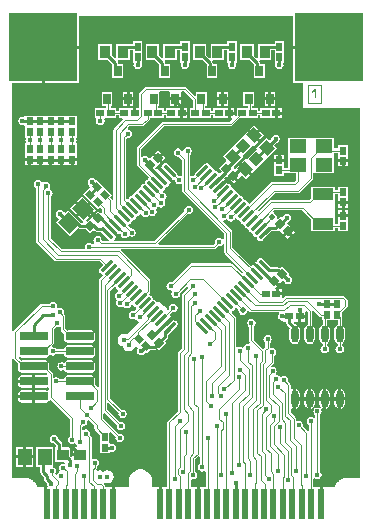
<source format=gtl>
G04*
G04 #@! TF.GenerationSoftware,Altium Limited,Altium Designer,19.0.15 (446)*
G04*
G04 Layer_Physical_Order=1*
G04 Layer_Color=255*
%FSLAX44Y44*%
%MOMM*%
G71*
G01*
G75*
%ADD11C,0.2500*%
%ADD14R,1.2000X1.4000*%
%ADD15R,0.5500X0.6500*%
%ADD16O,0.6000X1.4500*%
%ADD17R,0.6600X0.6200*%
%ADD18R,1.4000X1.1500*%
%ADD19R,0.9000X1.1000*%
%ADD20R,0.6200X0.6600*%
%ADD21R,0.6500X0.5500*%
%ADD22R,0.6500X0.9500*%
G04:AMPARAMS|DCode=23|XSize=0.3mm|YSize=1.4mm|CornerRadius=0mm|HoleSize=0mm|Usage=FLASHONLY|Rotation=315.000|XOffset=0mm|YOffset=0mm|HoleType=Round|Shape=Round|*
%AMOVALD23*
21,1,1.1000,0.3000,0.0000,0.0000,45.0*
1,1,0.3000,-0.3889,-0.3889*
1,1,0.3000,0.3889,0.3889*
%
%ADD23OVALD23*%

G04:AMPARAMS|DCode=24|XSize=0.3mm|YSize=1.4mm|CornerRadius=0mm|HoleSize=0mm|Usage=FLASHONLY|Rotation=225.000|XOffset=0mm|YOffset=0mm|HoleType=Round|Shape=Round|*
%AMOVALD24*
21,1,1.1000,0.3000,0.0000,0.0000,315.0*
1,1,0.3000,-0.3889,0.3889*
1,1,0.3000,0.3889,-0.3889*
%
%ADD24OVALD24*%

G04:AMPARAMS|DCode=25|XSize=0.55mm|YSize=0.65mm|CornerRadius=0mm|HoleSize=0mm|Usage=FLASHONLY|Rotation=225.000|XOffset=0mm|YOffset=0mm|HoleType=Round|Shape=Rectangle|*
%AMROTATEDRECTD25*
4,1,4,-0.0354,0.4243,0.4243,-0.0354,0.0354,-0.4243,-0.4243,0.0354,-0.0354,0.4243,0.0*
%
%ADD25ROTATEDRECTD25*%

%ADD26R,1.0000X0.9500*%
G04:AMPARAMS|DCode=27|XSize=0.62mm|YSize=0.66mm|CornerRadius=0mm|HoleSize=0mm|Usage=FLASHONLY|Rotation=45.000|XOffset=0mm|YOffset=0mm|HoleType=Round|Shape=Rectangle|*
%AMROTATEDRECTD27*
4,1,4,0.0141,-0.4526,-0.4526,0.0141,-0.0141,0.4526,0.4526,-0.0141,0.0141,-0.4526,0.0*
%
%ADD27ROTATEDRECTD27*%

G04:AMPARAMS|DCode=28|XSize=0.95mm|YSize=1mm|CornerRadius=0mm|HoleSize=0mm|Usage=FLASHONLY|Rotation=45.000|XOffset=0mm|YOffset=0mm|HoleType=Round|Shape=Rectangle|*
%AMROTATEDRECTD28*
4,1,4,0.0177,-0.6894,-0.6894,0.0177,-0.0177,0.6894,0.6894,-0.0177,0.0177,-0.6894,0.0*
%
%ADD28ROTATEDRECTD28*%

G04:AMPARAMS|DCode=29|XSize=1.4mm|YSize=1.2mm|CornerRadius=0mm|HoleSize=0mm|Usage=FLASHONLY|Rotation=135.000|XOffset=0mm|YOffset=0mm|HoleType=Round|Shape=Rectangle|*
%AMROTATEDRECTD29*
4,1,4,0.9192,-0.0707,0.0707,-0.9192,-0.9192,0.0707,-0.0707,0.9192,0.9192,-0.0707,0.0*
%
%ADD29ROTATEDRECTD29*%

G04:AMPARAMS|DCode=30|XSize=0.62mm|YSize=0.66mm|CornerRadius=0mm|HoleSize=0mm|Usage=FLASHONLY|Rotation=135.000|XOffset=0mm|YOffset=0mm|HoleType=Round|Shape=Rectangle|*
%AMROTATEDRECTD30*
4,1,4,0.4526,0.0141,-0.0141,-0.4526,-0.4526,-0.0141,0.0141,0.4526,0.4526,0.0141,0.0*
%
%ADD30ROTATEDRECTD30*%

G04:AMPARAMS|DCode=31|XSize=0.94mm|YSize=0.89mm|CornerRadius=0mm|HoleSize=0mm|Usage=FLASHONLY|Rotation=225.000|XOffset=0mm|YOffset=0mm|HoleType=Round|Shape=Rectangle|*
%AMROTATEDRECTD31*
4,1,4,0.0177,0.6470,0.6470,0.0177,-0.0177,-0.6470,-0.6470,-0.0177,0.0177,0.6470,0.0*
%
%ADD31ROTATEDRECTD31*%

G04:AMPARAMS|DCode=32|XSize=0.76mm|YSize=2.4mm|CornerRadius=0.19mm|HoleSize=0mm|Usage=FLASHONLY|Rotation=90.000|XOffset=0mm|YOffset=0mm|HoleType=Round|Shape=RoundedRectangle|*
%AMROUNDEDRECTD32*
21,1,0.7600,2.0200,0,0,90.0*
21,1,0.3800,2.4000,0,0,90.0*
1,1,0.3800,1.0100,0.1900*
1,1,0.3800,1.0100,-0.1900*
1,1,0.3800,-1.0100,-0.1900*
1,1,0.3800,-1.0100,0.1900*
%
%ADD32ROUNDEDRECTD32*%
%ADD58R,0.6000X2.5000*%
%ADD59R,1.8000X1.0000*%
%ADD60C,0.5000*%
%ADD61C,0.1000*%
%ADD62C,0.1114*%
%ADD63C,0.1250*%
%ADD64R,5.8000X5.8000*%
%ADD65C,0.4500*%
G36*
X240730Y401270D02*
X271000D01*
Y398730D01*
X240730D01*
Y369730D01*
X248750D01*
Y348750D01*
X297451D01*
Y35549D01*
X286500D01*
X286438Y35536D01*
X286375Y35546D01*
X285591Y35507D01*
X285408Y35461D01*
X285219D01*
X283680Y35155D01*
X283449Y35059D01*
X283202Y35010D01*
X281753Y34410D01*
X281545Y34271D01*
X281313Y34175D01*
X280009Y33303D01*
X279831Y33126D01*
X279622Y32986D01*
X278514Y31878D01*
X278374Y31669D01*
X278197Y31491D01*
X277325Y30187D01*
X277229Y29955D01*
X277090Y29746D01*
X276490Y28298D01*
X276441Y28052D01*
X276345Y27820D01*
X276281Y27500D01*
X257817D01*
Y34649D01*
X257899Y34723D01*
X259087Y35212D01*
X259877Y34684D01*
X261250Y34411D01*
X262623Y34684D01*
X263788Y35462D01*
X264566Y36627D01*
X264839Y38000D01*
X264566Y39373D01*
X263788Y40538D01*
X263055Y41028D01*
Y88472D01*
X263788Y88962D01*
X264566Y90127D01*
X264839Y91500D01*
X264566Y92873D01*
X264054Y93639D01*
X264970Y94555D01*
X265684Y94078D01*
X266080Y93999D01*
Y101080D01*
X262996D01*
Y98100D01*
X263328Y96434D01*
X264005Y95420D01*
X263090Y94504D01*
X262623Y94816D01*
X261250Y95089D01*
X259877Y94816D01*
X258712Y94038D01*
X257934Y92873D01*
X257661Y91500D01*
X257934Y90127D01*
X258712Y88962D01*
X259445Y88472D01*
Y86605D01*
X259363Y86531D01*
X258175Y86042D01*
X257386Y86570D01*
X256012Y86843D01*
X254639Y86570D01*
X253475Y85792D01*
X252697Y84628D01*
X252423Y83254D01*
X252697Y81881D01*
X253475Y80716D01*
X254208Y80226D01*
Y75300D01*
X253361Y74912D01*
X252938Y74864D01*
X248667Y79135D01*
X248839Y80000D01*
X248566Y81373D01*
X247788Y82538D01*
X246623Y83316D01*
X245250Y83589D01*
X244305Y83401D01*
X243035Y84164D01*
Y85520D01*
X242897Y86211D01*
X242506Y86796D01*
X238555Y90747D01*
Y93706D01*
X239825Y94385D01*
X240284Y94078D01*
X240680Y93999D01*
Y102350D01*
Y110701D01*
X240284Y110622D01*
X239825Y110315D01*
X238555Y110994D01*
Y114250D01*
X238417Y114941D01*
X238026Y115526D01*
X236417Y117135D01*
X236589Y118000D01*
X236316Y119373D01*
X235538Y120538D01*
X234373Y121316D01*
X233000Y121589D01*
X231627Y121316D01*
X230915Y120840D01*
X230344Y120598D01*
X229320Y121115D01*
X229038Y121538D01*
X227873Y122316D01*
X226999Y122490D01*
X226378Y123628D01*
X226357Y123814D01*
X226566Y124127D01*
X226839Y125500D01*
X226566Y126873D01*
X225788Y128038D01*
X224623Y128816D01*
X223250Y129089D01*
X222859Y129011D01*
X222234Y130182D01*
X223931Y131879D01*
X224322Y132464D01*
X224460Y133155D01*
Y138817D01*
X225193Y139307D01*
X225971Y140472D01*
X226244Y141845D01*
X225971Y143218D01*
X225193Y144383D01*
X224028Y145161D01*
X222655Y145434D01*
X222032Y145310D01*
X221998Y145314D01*
X220811Y146249D01*
X220805Y146262D01*
Y149722D01*
X221538Y150212D01*
X222316Y151377D01*
X222589Y152750D01*
X222316Y154123D01*
X221538Y155288D01*
X220373Y156066D01*
X219000Y156339D01*
X217627Y156066D01*
X216462Y155288D01*
X215684Y154123D01*
X215411Y152750D01*
X215684Y151377D01*
X216462Y150212D01*
X217195Y149722D01*
Y146212D01*
X216091Y145107D01*
X215546Y144562D01*
X214393Y145123D01*
X207180Y152337D01*
Y163347D01*
X207913Y163837D01*
X208691Y165002D01*
X208964Y166375D01*
X208691Y167748D01*
X207913Y168913D01*
X206748Y169691D01*
X205375Y169964D01*
X204002Y169691D01*
X202837Y168913D01*
X202059Y167748D01*
X201786Y166375D01*
X202059Y165002D01*
X202837Y163837D01*
X203570Y163347D01*
Y151589D01*
X203708Y150899D01*
X204099Y150313D01*
X204346Y150066D01*
X203720Y148896D01*
X202750Y149089D01*
X201377Y148816D01*
X200212Y148038D01*
X199434Y146873D01*
X199259Y145995D01*
X198509Y145714D01*
X197945Y145600D01*
X196873Y146316D01*
X195500Y146589D01*
X194127Y146316D01*
X193575Y145947D01*
X192305Y146626D01*
Y170516D01*
X192167Y171207D01*
X191776Y171792D01*
X188711Y174857D01*
X188964Y176210D01*
X189316Y176457D01*
X189972Y176587D01*
X190888Y177199D01*
X191500Y178115D01*
X191630Y178771D01*
X191843Y179075D01*
X192335Y179347D01*
X192950Y179498D01*
X194370Y178077D01*
X194156Y177000D01*
X194449Y175529D01*
X195282Y174282D01*
X196529Y173449D01*
X198000Y173156D01*
X199471Y173449D01*
X200718Y174282D01*
X201551Y175529D01*
X201684Y176197D01*
X203062Y176615D01*
X203703Y175974D01*
X204289Y175583D01*
X204979Y175445D01*
X228258D01*
X228351Y175340D01*
X228820Y174175D01*
X228284Y173373D01*
X228011Y172000D01*
X228284Y170627D01*
X229062Y169462D01*
X230227Y168684D01*
X231600Y168411D01*
X231760Y168443D01*
X233030Y167630D01*
Y167630D01*
X234931D01*
Y166196D01*
X235126Y165213D01*
X235683Y164379D01*
X237823Y162239D01*
X237596Y161100D01*
Y152600D01*
X237928Y150934D01*
X238871Y149522D01*
X240284Y148578D01*
X241950Y148246D01*
X243616Y148578D01*
X245028Y149522D01*
X245972Y150934D01*
X246304Y152600D01*
Y161100D01*
X245972Y162766D01*
X245028Y164179D01*
X243616Y165122D01*
X241950Y165454D01*
X241888Y165441D01*
X240970Y166360D01*
X241495Y167630D01*
X245130D01*
Y172000D01*
X246400D01*
Y173270D01*
X250970D01*
Y176096D01*
X251991Y176782D01*
X252845Y176073D01*
Y165030D01*
X251572Y164179D01*
X250628Y162766D01*
X250296Y161100D01*
Y152600D01*
X250628Y150934D01*
X251572Y149522D01*
X252984Y148578D01*
X254650Y148246D01*
X256316Y148578D01*
X257729Y149522D01*
X258672Y150934D01*
X259004Y152600D01*
Y161100D01*
X258672Y162766D01*
X257729Y164179D01*
X256455Y165030D01*
Y176850D01*
X256431Y176971D01*
X257601Y177597D01*
X262974Y172224D01*
X263559Y171833D01*
X264250Y171695D01*
X264980D01*
Y168980D01*
X265545D01*
Y165030D01*
X264272Y164179D01*
X263328Y162766D01*
X262996Y161100D01*
Y152600D01*
X263328Y150934D01*
X264272Y149522D01*
X265545Y148670D01*
Y147278D01*
X264812Y146788D01*
X264034Y145623D01*
X263761Y144250D01*
X264034Y142877D01*
X264812Y141712D01*
X265977Y140934D01*
X267350Y140661D01*
X268723Y140934D01*
X269888Y141712D01*
X270666Y142877D01*
X270939Y144250D01*
X270666Y145623D01*
X269888Y146788D01*
X269155Y147278D01*
Y148670D01*
X270429Y149522D01*
X271372Y150934D01*
X271704Y152600D01*
Y161100D01*
X271372Y162766D01*
X270429Y164179D01*
X269155Y165030D01*
Y168980D01*
X273020D01*
Y168980D01*
X273980D01*
Y168980D01*
X278245D01*
Y165030D01*
X276971Y164179D01*
X276028Y162766D01*
X275696Y161100D01*
Y152600D01*
X276028Y150934D01*
X276971Y149522D01*
X278245Y148670D01*
Y147278D01*
X277512Y146788D01*
X276734Y145623D01*
X276461Y144250D01*
X276734Y142877D01*
X277512Y141712D01*
X278677Y140934D01*
X280050Y140661D01*
X281423Y140934D01*
X282588Y141712D01*
X283366Y142877D01*
X283639Y144250D01*
X283366Y145623D01*
X282588Y146788D01*
X281855Y147278D01*
Y148670D01*
X283129Y149522D01*
X284072Y150934D01*
X284404Y152600D01*
Y161100D01*
X284072Y162766D01*
X283129Y164179D01*
X281855Y165030D01*
Y168980D01*
X282020D01*
Y175468D01*
X286276Y179724D01*
X286667Y180309D01*
X286805Y181000D01*
Y185500D01*
X286667Y186191D01*
X286276Y186776D01*
X284026Y189026D01*
X283441Y189417D01*
X282750Y189555D01*
X234700D01*
X234010Y189417D01*
X233424Y189026D01*
X232290Y187892D01*
X231020Y188418D01*
Y189730D01*
X226500D01*
Y192270D01*
X231020D01*
Y195020D01*
X225996D01*
X225470Y196290D01*
X227081Y197901D01*
X223991Y200991D01*
X225787Y202787D01*
X228877Y199697D01*
X231501Y202321D01*
X232879Y201903D01*
X232934Y201627D01*
X233712Y200462D01*
X234877Y199684D01*
X236250Y199411D01*
X237623Y199684D01*
X238788Y200462D01*
X239566Y201627D01*
X239839Y203000D01*
X239566Y204373D01*
X238788Y205538D01*
X237623Y206316D01*
X237347Y206371D01*
X236929Y207749D01*
X237433Y208253D01*
X231253Y214433D01*
X229477Y212657D01*
X229301Y212833D01*
X228467Y213390D01*
X227484Y213585D01*
X222135D01*
X214930Y220791D01*
X214013Y221404D01*
X212932Y221618D01*
X211852Y221404D01*
X210935Y220791D01*
X210323Y219875D01*
X210193Y219220D01*
X209690Y218501D01*
X208972Y217998D01*
X208539Y217912D01*
X214184Y212267D01*
X212388Y210471D01*
X206743Y216116D01*
X206657Y215684D01*
X206410Y215331D01*
X205058Y215079D01*
X189305Y230832D01*
Y243500D01*
X189167Y244191D01*
X188776Y244776D01*
X181122Y252430D01*
X181748Y253600D01*
X181984Y253553D01*
X183357Y253826D01*
X184415Y254533D01*
X184489Y254502D01*
X185267Y253338D01*
X186432Y252560D01*
X187805Y252287D01*
X189178Y252560D01*
X190343Y253338D01*
X191121Y254502D01*
X191304Y255424D01*
X192599D01*
X192645Y255190D01*
X193258Y254274D01*
X194174Y253662D01*
X194830Y253531D01*
X195548Y253028D01*
X196051Y252310D01*
X196181Y251654D01*
X196793Y250738D01*
X197710Y250126D01*
X198365Y249996D01*
X199083Y249493D01*
X199586Y248775D01*
X199717Y248119D01*
X200329Y247203D01*
X201245Y246591D01*
X201901Y246460D01*
X202619Y245957D01*
X203122Y245239D01*
X203252Y244583D01*
X203864Y243667D01*
X204781Y243055D01*
X205436Y242925D01*
X206154Y242422D01*
X206657Y241703D01*
X206788Y241048D01*
X207400Y240132D01*
X208316Y239520D01*
X208972Y239389D01*
X209690Y238886D01*
X210193Y238168D01*
X210323Y237512D01*
X210935Y236596D01*
X211852Y235984D01*
X212932Y235769D01*
X214013Y235984D01*
X214930Y236596D01*
X222231Y243898D01*
X225717D01*
X226700Y244093D01*
X227534Y244650D01*
X228352Y245468D01*
X232123Y241697D01*
X235213Y244787D01*
X238303Y247877D01*
X235483Y250697D01*
X235930Y252046D01*
X236623Y252184D01*
X237788Y252962D01*
X238566Y254127D01*
X238839Y255500D01*
X238566Y256873D01*
X237788Y258038D01*
X236623Y258816D01*
X235250Y259089D01*
X233877Y258816D01*
X232712Y258038D01*
X231934Y256873D01*
X231796Y256180D01*
X230431Y255750D01*
X229747Y256433D01*
X227847Y254532D01*
X226676Y255158D01*
X226844Y256000D01*
X226551Y257471D01*
X225718Y258718D01*
X224471Y259551D01*
X224159Y259613D01*
X223788Y260835D01*
X224601Y261793D01*
X248155D01*
X255730Y254218D01*
Y244230D01*
X276270D01*
Y246795D01*
X278630D01*
Y244030D01*
X287370D01*
Y252830D01*
Y256130D01*
X283000D01*
X278630D01*
Y250405D01*
X276270D01*
Y256770D01*
Y269230D01*
Y275595D01*
X278630D01*
Y269870D01*
X287370D01*
Y272830D01*
Y281970D01*
X278630D01*
Y279205D01*
X276270D01*
Y281770D01*
X255730D01*
Y271782D01*
X254252Y270305D01*
X221626D01*
X220935Y270167D01*
X220350Y269776D01*
X211504Y260930D01*
X210728Y261137D01*
X210520Y261913D01*
X225303Y276695D01*
X245000D01*
X245691Y276833D01*
X246276Y277224D01*
X257276Y288224D01*
X257667Y288809D01*
X257805Y289500D01*
Y292980D01*
X275270D01*
Y307020D01*
Y310595D01*
X278630D01*
Y304870D01*
X287370D01*
Y307830D01*
Y316970D01*
X278630D01*
Y314205D01*
X275270D01*
Y323020D01*
X236730D01*
Y308980D01*
Y297405D01*
X233370D01*
Y303130D01*
X229000D01*
X224630D01*
Y299830D01*
Y291030D01*
X233370D01*
Y293795D01*
X236730D01*
Y292980D01*
X243195D01*
Y287086D01*
X241664Y285555D01*
X222734D01*
X222043Y285417D01*
X221458Y285026D01*
X203837Y267405D01*
X202484Y267657D01*
X202237Y268010D01*
X202107Y268665D01*
X201495Y269582D01*
X200578Y270194D01*
X199923Y270324D01*
X199205Y270827D01*
X198702Y271546D01*
X198571Y272201D01*
X197959Y273117D01*
X197043Y273729D01*
X196387Y273860D01*
X195669Y274363D01*
X195166Y275081D01*
X195036Y275737D01*
X194423Y276653D01*
X193507Y277265D01*
X192852Y277395D01*
X192133Y277898D01*
X191630Y278617D01*
X191500Y279272D01*
X190888Y280188D01*
X189972Y280800D01*
X189316Y280931D01*
X188598Y281434D01*
X188095Y282152D01*
X187965Y282808D01*
X187352Y283724D01*
X186436Y284336D01*
X185781Y284466D01*
X185062Y284969D01*
X184559Y285688D01*
X184473Y286120D01*
X178829Y280475D01*
X177033Y282271D01*
X182689Y287928D01*
X182276Y289291D01*
X183902Y290918D01*
X186123Y288697D01*
X189213Y291787D01*
X190111Y290889D01*
X191009Y291787D01*
X194241Y288555D01*
X196188Y290502D01*
X196433Y290747D01*
X197677Y290809D01*
X200480Y288006D01*
X203839Y291365D01*
X199405Y295799D01*
X194972Y300232D01*
X191858Y297118D01*
X191613Y296873D01*
X190857Y296836D01*
X190211Y297483D01*
X190226Y298966D01*
X198387Y307127D01*
Y307127D01*
X198272Y308285D01*
X206339Y316351D01*
X206605Y316618D01*
X207873Y316613D01*
X207983Y316723D01*
X211232Y319972D01*
X206799Y324405D01*
X202365Y328839D01*
X199324Y325798D01*
X199006Y325480D01*
X198308Y324499D01*
X190183Y316374D01*
X189520Y315994D01*
X189520D01*
X181006Y307480D01*
X183809Y304677D01*
X183747Y303433D01*
X177567Y297253D01*
X180269Y294551D01*
X178732Y293015D01*
X177358Y293414D01*
X176746Y294330D01*
X175830Y294943D01*
X175174Y295073D01*
X174456Y295576D01*
X173953Y296294D01*
X173822Y296950D01*
X173210Y297866D01*
X172294Y298478D01*
X171639Y298608D01*
X170920Y299111D01*
X170417Y299830D01*
X170287Y300485D01*
X169675Y301402D01*
X168759Y302014D01*
X167678Y302229D01*
X166597Y302014D01*
X165681Y301402D01*
X157902Y293623D01*
X157290Y292707D01*
X157075Y291626D01*
X155854Y291258D01*
X154612Y291011D01*
X154325Y290819D01*
X153055Y291498D01*
Y309004D01*
X153788Y309493D01*
X154566Y310658D01*
X154839Y312031D01*
X154566Y313405D01*
X153788Y314569D01*
X152623Y315347D01*
X151250Y315620D01*
X149877Y315347D01*
X148712Y314569D01*
X147934Y313405D01*
X147748Y312467D01*
X147283Y312332D01*
X146426Y312332D01*
X145788Y313288D01*
X144623Y314066D01*
X143250Y314339D01*
X141877Y314066D01*
X140712Y313288D01*
X139934Y312123D01*
X139661Y310750D01*
X139934Y309377D01*
X140712Y308212D01*
X141877Y307434D01*
X143250Y307161D01*
X144115Y307333D01*
X146695Y304753D01*
Y291693D01*
X145425Y291014D01*
X145405Y291028D01*
X144150Y291277D01*
X142925Y291626D01*
X142710Y292707D01*
X142098Y293623D01*
X134319Y301402D01*
X133403Y302014D01*
X132322Y302229D01*
X131242Y302014D01*
X130325Y301402D01*
X129713Y300485D01*
X129583Y299830D01*
X129080Y299111D01*
X128361Y298608D01*
X127929Y298522D01*
X133574Y292878D01*
X139219Y287233D01*
X139231Y287293D01*
X140526D01*
X140715Y286339D01*
X141493Y285174D01*
X142658Y284396D01*
X144031Y284123D01*
X145405Y284396D01*
X145425Y284410D01*
X146695Y283731D01*
Y278500D01*
X146833Y277809D01*
X147224Y277224D01*
X182445Y242003D01*
Y237593D01*
X181175Y237208D01*
X180788Y237788D01*
X179623Y238566D01*
X178250Y238839D01*
X176877Y238566D01*
X175712Y237788D01*
X174934Y236623D01*
X174661Y235250D01*
X174833Y234385D01*
X173253Y232805D01*
X127016D01*
X126530Y233978D01*
X151385Y258833D01*
X152250Y258661D01*
X153623Y258934D01*
X154788Y259712D01*
X155566Y260877D01*
X155839Y262250D01*
X155566Y263623D01*
X154788Y264788D01*
X153623Y265566D01*
X152250Y265839D01*
X150877Y265566D01*
X149712Y264788D01*
X148934Y263623D01*
X148661Y262250D01*
X148833Y261385D01*
X123252Y235805D01*
X89992D01*
X89384Y237075D01*
X89677Y237512D01*
X89807Y238168D01*
X90310Y238886D01*
X91028Y239389D01*
X91461Y239475D01*
X85816Y245120D01*
X87612Y246916D01*
X93257Y241271D01*
X93269Y241331D01*
X94564D01*
X94753Y240377D01*
X95531Y239212D01*
X96696Y238434D01*
X98069Y238161D01*
X99443Y238434D01*
X100607Y239212D01*
X101385Y240377D01*
X101434Y240397D01*
X102500Y239684D01*
X103874Y239411D01*
X105247Y239684D01*
X106412Y240462D01*
X107190Y241627D01*
X107463Y243000D01*
X107190Y244373D01*
X106412Y245538D01*
X105247Y246316D01*
X103874Y246589D01*
X103009Y246417D01*
X101030Y248396D01*
X101282Y249749D01*
X101635Y249996D01*
X102290Y250126D01*
X103207Y250738D01*
X103819Y251654D01*
X103949Y252310D01*
X104452Y253028D01*
X105170Y253531D01*
X105826Y253662D01*
X106742Y254274D01*
X107354Y255190D01*
X107485Y255846D01*
X107988Y256564D01*
X108706Y257067D01*
X109361Y257197D01*
X110278Y257809D01*
X110890Y258726D01*
X110946Y259009D01*
X112241D01*
X112431Y258054D01*
X113209Y256890D01*
X114373Y256112D01*
X115747Y255839D01*
X117120Y256112D01*
X118285Y256890D01*
X119063Y258054D01*
X119112Y258074D01*
X120178Y257362D01*
X121552Y257089D01*
X122925Y257362D01*
X124089Y258140D01*
X124867Y259304D01*
X125141Y260678D01*
X124867Y262051D01*
X124826Y262113D01*
X125192Y263852D01*
X125356Y263961D01*
X126134Y265125D01*
X126183Y265146D01*
X127249Y264433D01*
X128623Y264160D01*
X129996Y264433D01*
X131160Y265211D01*
X131938Y266375D01*
X132212Y267749D01*
X131938Y269122D01*
X131897Y269184D01*
X132247Y270912D01*
X132427Y271032D01*
X133205Y272196D01*
X133478Y273570D01*
X133205Y274943D01*
X132427Y276108D01*
X131262Y276886D01*
X130341Y277069D01*
Y278364D01*
X130575Y278410D01*
X131491Y279023D01*
X132103Y279939D01*
X132234Y280594D01*
X132737Y281313D01*
X133455Y281815D01*
X134110Y281946D01*
X135027Y282558D01*
X135639Y283474D01*
X135769Y284130D01*
X136272Y284848D01*
X136990Y285351D01*
X137423Y285437D01*
X131778Y291082D01*
X125970Y296889D01*
X124803Y296550D01*
X123767Y297587D01*
X128303Y302123D01*
X125213Y305213D01*
X122123Y308303D01*
X119970Y306150D01*
X119269Y306109D01*
X118373Y306349D01*
X118109Y306744D01*
X116944Y307523D01*
X115571Y307796D01*
X114197Y307523D01*
X113075Y306772D01*
X112823Y306821D01*
X111805Y307192D01*
Y313609D01*
X131391Y333195D01*
X188000D01*
X188691Y333333D01*
X189276Y333724D01*
X195532Y339980D01*
X211020D01*
Y342195D01*
X212980D01*
Y339980D01*
X225230D01*
Y344000D01*
Y348020D01*
X212980D01*
Y345805D01*
X211020D01*
Y348020D01*
X206055D01*
Y350230D01*
X207520D01*
Y362270D01*
X198480D01*
Y350230D01*
X202445D01*
Y348020D01*
X192980D01*
Y342618D01*
X192181Y341969D01*
X191020Y342473D01*
Y342730D01*
X187770D01*
Y339980D01*
X188769D01*
X189254Y338807D01*
X187253Y336805D01*
X130643D01*
X129953Y336667D01*
X129367Y336276D01*
X108724Y315633D01*
X108333Y315047D01*
X108195Y314357D01*
Y300513D01*
X108333Y299823D01*
X108724Y299237D01*
X118360Y289602D01*
X118108Y288249D01*
X117755Y288002D01*
X117099Y287871D01*
X116183Y287259D01*
X115571Y286343D01*
X115441Y285688D01*
X114938Y284969D01*
X114219Y284466D01*
X113564Y284336D01*
X112648Y283724D01*
X112035Y282808D01*
X111905Y282152D01*
X111402Y281434D01*
X110684Y280931D01*
X110028Y280800D01*
X109112Y280188D01*
X108500Y279272D01*
X108369Y278617D01*
X107866Y277898D01*
X107148Y277395D01*
X106493Y277265D01*
X105576Y276653D01*
X104964Y275737D01*
X104834Y275081D01*
X104331Y274363D01*
X103613Y273860D01*
X102957Y273729D01*
X102041Y273117D01*
X101429Y272201D01*
X101298Y271546D01*
X101062Y271207D01*
X100281Y271084D01*
X99223Y271958D01*
Y276986D01*
X99226Y277000D01*
Y322243D01*
X100350Y323205D01*
X100572Y323161D01*
X101945Y323434D01*
X103110Y324212D01*
X103888Y325377D01*
X104161Y326750D01*
X103888Y328123D01*
X103110Y329288D01*
X101945Y330066D01*
X100877Y330278D01*
X100444Y331146D01*
X100376Y331574D01*
X101748Y332945D01*
X112750D01*
X113441Y333083D01*
X114026Y333474D01*
X118776Y338224D01*
X119167Y338809D01*
X119305Y339500D01*
Y339980D01*
X131020D01*
Y342195D01*
X132980D01*
Y339980D01*
X145230D01*
Y344000D01*
Y348020D01*
X132980D01*
Y345805D01*
X131020D01*
Y348020D01*
X126055D01*
Y350230D01*
X127520D01*
Y362270D01*
X128510Y362945D01*
X135490D01*
X136480Y362270D01*
X136480Y361675D01*
Y357520D01*
X141000D01*
X145520D01*
Y361675D01*
X145520Y362270D01*
X146510Y362945D01*
X148252D01*
X155695Y355503D01*
Y348020D01*
X152980D01*
Y339980D01*
X171020D01*
Y342195D01*
X172980D01*
Y339980D01*
X185230D01*
Y344000D01*
Y348020D01*
X172980D01*
Y345805D01*
X171020D01*
Y348020D01*
X166055D01*
Y350230D01*
X167520D01*
Y362270D01*
X158480D01*
Y359482D01*
X157307Y358996D01*
X150276Y366026D01*
X149691Y366417D01*
X149000Y366555D01*
X116500D01*
X115809Y366417D01*
X115224Y366026D01*
X110724Y361526D01*
X110333Y360941D01*
X110195Y360250D01*
Y348020D01*
X107770D01*
Y344000D01*
X105230D01*
Y348020D01*
X92980D01*
Y345805D01*
X91020D01*
Y348020D01*
X86055D01*
Y350230D01*
X87520D01*
Y362270D01*
X78480D01*
Y350230D01*
X82445D01*
Y348020D01*
X72980D01*
Y339980D01*
X73593D01*
X73959Y339295D01*
X74152Y338710D01*
X73911Y337500D01*
X74184Y336127D01*
X74962Y334962D01*
X76127Y334184D01*
X77500Y333911D01*
X78873Y334184D01*
X80038Y334962D01*
X80816Y336127D01*
X81089Y337500D01*
X80848Y338710D01*
X81041Y339295D01*
X81407Y339980D01*
X91020D01*
Y342195D01*
X92980D01*
Y339980D01*
X96132D01*
X96658Y338710D01*
X89074Y331126D01*
X88683Y330541D01*
X88546Y329850D01*
Y284083D01*
X88543Y284068D01*
Y270785D01*
X87273Y270660D01*
X87167Y271191D01*
X86776Y271776D01*
X85654Y272898D01*
X87221Y274464D01*
X80828Y280857D01*
X74464Y287221D01*
X74465D01*
X73217Y287769D01*
X73038Y288038D01*
X71873Y288816D01*
X70500Y289089D01*
X69127Y288816D01*
X67962Y288038D01*
X67184Y286873D01*
X66911Y285500D01*
X67184Y284127D01*
X67962Y282962D01*
X68231Y282783D01*
X68700Y281716D01*
X68392Y281148D01*
X62779Y275536D01*
X69143Y269172D01*
X75536Y262779D01*
X77102Y264346D01*
X78695Y262752D01*
Y259786D01*
X77456Y259230D01*
X75253Y261433D01*
X72919Y259099D01*
X76009Y256009D01*
X74213Y254213D01*
X71123Y257303D01*
X66018Y252198D01*
X65744Y252252D01*
X65326Y253631D01*
X67960Y256265D01*
X63010Y261214D01*
X58768Y256972D01*
X63011Y252728D01*
X62485Y251458D01*
X60872D01*
X59524Y252806D01*
X59313Y252947D01*
X50283Y261978D01*
X48036Y259732D01*
X46634Y260125D01*
X46038Y261017D01*
X44873Y261795D01*
X43500Y262068D01*
X42127Y261795D01*
X40962Y261017D01*
X40184Y259853D01*
X39911Y258479D01*
X40184Y257106D01*
X40962Y255941D01*
X41854Y255346D01*
X42248Y253943D01*
X40001Y251697D01*
X51697Y240001D01*
X58457Y246761D01*
X58825Y246515D01*
X59808Y246319D01*
X64995D01*
X68747Y242567D01*
X71523Y245343D01*
X72407Y244459D01*
X73241Y243902D01*
X74224Y243706D01*
X77960D01*
X84592Y237075D01*
X84066Y235805D01*
X79271D01*
X78700Y236500D01*
X78427Y237873D01*
X77649Y239038D01*
X76485Y239816D01*
X75111Y240089D01*
X73738Y239816D01*
X72573Y239038D01*
X71796Y237873D01*
X71522Y236500D01*
X71796Y235127D01*
X72357Y234286D01*
X71853Y233094D01*
X70858Y233058D01*
X70538Y233538D01*
X69373Y234316D01*
X68000Y234589D01*
X66627Y234316D01*
X65462Y233538D01*
X64684Y232373D01*
X64411Y231000D01*
X64599Y230055D01*
X63836Y228785D01*
X45017D01*
X35305Y238498D01*
Y273222D01*
X36038Y273712D01*
X36816Y274877D01*
X37089Y276250D01*
X36816Y277623D01*
X36038Y278788D01*
X35106Y279410D01*
X34516Y280508D01*
X34573Y280920D01*
X34841Y282264D01*
X34567Y283637D01*
X33789Y284802D01*
X32625Y285579D01*
X31251Y285853D01*
X29878Y285579D01*
X29618Y285406D01*
X28316Y285445D01*
X27538Y286609D01*
X26373Y287387D01*
X25000Y287660D01*
X23627Y287387D01*
X22462Y286609D01*
X21684Y285445D01*
X21411Y284071D01*
X21684Y282698D01*
X22462Y281533D01*
X23195Y281043D01*
Y235500D01*
X23333Y234809D01*
X23724Y234224D01*
X38724Y219224D01*
X39309Y218833D01*
X40000Y218695D01*
X76836D01*
X79905Y215626D01*
X77292Y213013D01*
X76680Y212097D01*
X76465Y211016D01*
X76680Y209935D01*
X77292Y209019D01*
X78208Y208407D01*
X78864Y208276D01*
X79217Y208029D01*
X79469Y206677D01*
X76974Y204182D01*
X76583Y203596D01*
X76445Y202906D01*
Y112903D01*
X75175Y112377D01*
X73203Y114349D01*
X73332Y115000D01*
Y118800D01*
X73086Y120037D01*
X72386Y121085D01*
X71337Y121786D01*
X70100Y122032D01*
X49900D01*
X48663Y121786D01*
X47615Y121085D01*
X46914Y120037D01*
X46668Y118800D01*
Y118705D01*
X43028D01*
X42538Y119438D01*
X41373Y120216D01*
X40000Y120489D01*
X38627Y120216D01*
X38575Y120181D01*
X37305Y120860D01*
Y123250D01*
X37167Y123941D01*
X36776Y124526D01*
X34211Y127091D01*
X34332Y127700D01*
Y131500D01*
X34086Y132737D01*
X33385Y133785D01*
X32337Y134486D01*
X31100Y134732D01*
X10900D01*
X10416Y134636D01*
X8164Y136888D01*
X8974Y137875D01*
X9663Y137414D01*
X10900Y137168D01*
X31100D01*
X32337Y137414D01*
X33385Y138115D01*
X34086Y139163D01*
X35378Y139150D01*
X35627Y138984D01*
X37000Y138711D01*
X38373Y138984D01*
X39538Y139762D01*
X40028Y140495D01*
X46668D01*
Y140400D01*
X46914Y139163D01*
X47615Y138115D01*
X48663Y137414D01*
X49900Y137168D01*
X70100D01*
X71337Y137414D01*
X72386Y138115D01*
X73086Y139163D01*
X73332Y140400D01*
Y144200D01*
X73086Y145437D01*
X72386Y146485D01*
X71337Y147186D01*
X70100Y147432D01*
X49900D01*
X48663Y147186D01*
X47615Y146485D01*
X46914Y145437D01*
X46668Y144200D01*
Y144105D01*
X40028D01*
X39538Y144838D01*
X38373Y145616D01*
X37000Y145889D01*
X36984Y145886D01*
X36358Y147056D01*
X37776Y148474D01*
X38167Y149059D01*
X38305Y149750D01*
Y161252D01*
X39885Y162833D01*
X40750Y162661D01*
X42123Y162934D01*
X42675Y163303D01*
X43945Y162624D01*
Y161000D01*
X44083Y160309D01*
X44474Y159724D01*
X46772Y157425D01*
X46668Y156900D01*
Y153100D01*
X46914Y151863D01*
X47615Y150815D01*
X48663Y150114D01*
X49900Y149868D01*
X70100D01*
X71337Y150114D01*
X72386Y150815D01*
X73086Y151863D01*
X73332Y153100D01*
Y156900D01*
X73086Y158137D01*
X72386Y159185D01*
X71337Y159886D01*
X70100Y160132D01*
X49900D01*
X49291Y160011D01*
X47555Y161747D01*
Y172750D01*
X47417Y173441D01*
X47026Y174026D01*
X46417Y174635D01*
X46589Y175500D01*
X46316Y176873D01*
X45538Y178038D01*
X44373Y178816D01*
X43000Y179089D01*
X41627Y178816D01*
X41491Y178725D01*
X40589Y179604D01*
X40567Y179636D01*
X40839Y181000D01*
X40566Y182373D01*
X39788Y183538D01*
X38623Y184316D01*
X37250Y184589D01*
X35877Y184316D01*
X34712Y183538D01*
X34222Y182805D01*
X27750D01*
X27059Y182667D01*
X26474Y182276D01*
X4224Y160026D01*
X3833Y159441D01*
X3819Y159371D01*
X2549Y159496D01*
Y369730D01*
X27730D01*
Y400000D01*
X29000D01*
Y401270D01*
X59270D01*
Y426451D01*
X240730D01*
Y401270D01*
D02*
G37*
G36*
X182445Y232907D02*
Y226264D01*
X182583Y225573D01*
X182974Y224987D01*
X198374Y209587D01*
X198167Y208811D01*
X197391Y208604D01*
X189719Y216276D01*
X189133Y216667D01*
X188442Y216805D01*
X154500D01*
X153809Y216667D01*
X153224Y216276D01*
X137865Y200917D01*
X137000Y201089D01*
X135627Y200816D01*
X134462Y200038D01*
X133684Y198873D01*
X133411Y197500D01*
X133684Y196127D01*
X134462Y194962D01*
X135627Y194184D01*
X137000Y193911D01*
X137501Y194011D01*
X138265Y192868D01*
X137934Y192373D01*
X137661Y191000D01*
X137934Y189627D01*
X138712Y188462D01*
X139877Y187684D01*
X141250Y187411D01*
X142623Y187684D01*
X143788Y188462D01*
X144566Y189627D01*
X144839Y191000D01*
X144667Y191865D01*
X150447Y197645D01*
X151793Y197195D01*
X151899Y196451D01*
X146724Y191276D01*
X146333Y190691D01*
X146195Y190000D01*
Y144747D01*
X143474Y142026D01*
X143083Y141441D01*
X142945Y140750D01*
Y91997D01*
X134724Y83776D01*
X134333Y83191D01*
X134195Y82500D01*
Y27500D01*
X121549D01*
Y32500D01*
X121532Y32583D01*
X121543Y32667D01*
X121479Y33646D01*
X121414Y33888D01*
X121398Y34139D01*
X120891Y36030D01*
X120744Y36329D01*
X120636Y36645D01*
X119657Y38340D01*
X119438Y38591D01*
X119252Y38868D01*
X117868Y40252D01*
X117591Y40438D01*
X117340Y40658D01*
X115645Y41637D01*
X115329Y41744D01*
X115030Y41891D01*
X113139Y42398D01*
X112806Y42420D01*
X112479Y42485D01*
X110521D01*
X110194Y42420D01*
X109861Y42398D01*
X107970Y41891D01*
X107671Y41744D01*
X107355Y41636D01*
X105660Y40658D01*
X105409Y40438D01*
X105132Y40252D01*
X103748Y38868D01*
X103562Y38591D01*
X103343Y38340D01*
X102364Y36645D01*
X102256Y36329D01*
X102109Y36030D01*
X101602Y34139D01*
X101586Y33888D01*
X101521Y33646D01*
X101457Y32667D01*
X101468Y32583D01*
X101451Y32500D01*
Y27500D01*
X81805D01*
Y28000D01*
X81667Y28691D01*
X81276Y29276D01*
X80860Y29693D01*
X80915Y31434D01*
X80958Y31472D01*
X81206Y31306D01*
X83254Y30899D01*
X85302Y31306D01*
X87039Y32467D01*
X88199Y34203D01*
X88607Y36252D01*
X88199Y38300D01*
X87039Y40037D01*
X85302Y41197D01*
X83254Y41605D01*
X81206Y41197D01*
X80004Y40394D01*
X78802Y41197D01*
X76754Y41605D01*
X75250Y41305D01*
X74012Y41959D01*
X73841Y42147D01*
X73790Y42488D01*
X74026Y42724D01*
X74417Y43309D01*
X74555Y44000D01*
Y45222D01*
X75288Y45712D01*
X76066Y46877D01*
X76339Y48250D01*
X76066Y49623D01*
X75288Y50788D01*
X74123Y51566D01*
X72750Y51839D01*
X71377Y51566D01*
X71325Y51531D01*
X70055Y52210D01*
Y69750D01*
X69917Y70441D01*
X69526Y71026D01*
X68667Y71885D01*
X68839Y72750D01*
X68566Y74123D01*
X67788Y75288D01*
X66623Y76066D01*
X65250Y76339D01*
X63877Y76066D01*
X63075Y75530D01*
X61910Y75999D01*
X61805Y76093D01*
Y78340D01*
X62500Y78911D01*
X63873Y79184D01*
X65038Y79962D01*
X65816Y81127D01*
X66089Y82500D01*
X65983Y83032D01*
X66850Y84399D01*
X66902Y84425D01*
X67433Y84515D01*
X72420Y79528D01*
Y77208D01*
X72557Y76517D01*
X72948Y75932D01*
X77162Y71718D01*
Y65230D01*
Y56230D01*
X85202D01*
Y56428D01*
X86472Y57302D01*
X87182Y57161D01*
X88555Y57434D01*
X89720Y58212D01*
X90498Y59377D01*
X90771Y60750D01*
X90498Y62123D01*
X89720Y63288D01*
X88555Y64066D01*
X87182Y64339D01*
X86472Y64198D01*
X85202Y65072D01*
Y73450D01*
X86472Y73976D01*
X90333Y70115D01*
X90161Y69250D01*
X90434Y67877D01*
X91212Y66712D01*
X92377Y65934D01*
X93750Y65661D01*
X95123Y65934D01*
X96288Y66712D01*
X97066Y67877D01*
X97339Y69250D01*
X97066Y70623D01*
X96288Y71788D01*
X95123Y72566D01*
X93750Y72839D01*
X92885Y72667D01*
X80055Y85498D01*
Y89484D01*
X81228Y89970D01*
X91333Y79865D01*
X91161Y79000D01*
X91434Y77627D01*
X92212Y76462D01*
X93377Y75684D01*
X94750Y75411D01*
X96123Y75684D01*
X97288Y76462D01*
X98066Y77627D01*
X98339Y79000D01*
X98066Y80373D01*
X97288Y81538D01*
X96123Y82316D01*
X94750Y82589D01*
X93885Y82417D01*
X82805Y93497D01*
Y98734D01*
X83978Y99220D01*
X92833Y90365D01*
X92661Y89500D01*
X92934Y88127D01*
X93712Y86962D01*
X94877Y86184D01*
X96250Y85911D01*
X97623Y86184D01*
X98788Y86962D01*
X99566Y88127D01*
X99839Y89500D01*
X99566Y90873D01*
X98788Y92038D01*
X97623Y92816D01*
X96250Y93089D01*
X95385Y92917D01*
X85305Y102998D01*
Y193266D01*
X89092Y197054D01*
X90445Y196801D01*
X90692Y196449D01*
X90822Y195793D01*
X91434Y194877D01*
X92351Y194265D01*
X92634Y194208D01*
X92634Y192913D01*
X91679Y192724D01*
X90515Y191945D01*
X89737Y190781D01*
X89464Y189408D01*
X89737Y188034D01*
X90515Y186870D01*
X91679Y186092D01*
X91700Y186043D01*
X90987Y184976D01*
X90714Y183603D01*
X90987Y182230D01*
X91765Y181065D01*
X92929Y180287D01*
X94303Y180014D01*
X95676Y180287D01*
X95738Y180329D01*
X97466Y179978D01*
X97586Y179799D01*
X98750Y179021D01*
X100124Y178748D01*
X101497Y179021D01*
X102662Y179799D01*
X103440Y180963D01*
X103623Y181885D01*
X104918D01*
X104964Y181651D01*
X105576Y180735D01*
X106493Y180123D01*
X107148Y179992D01*
X107501Y179745D01*
X107753Y178393D01*
X105774Y176413D01*
X104909Y176585D01*
X103536Y176312D01*
X102372Y175534D01*
X101594Y174370D01*
X101320Y172996D01*
X101594Y171623D01*
X102372Y170459D01*
X103536Y169681D01*
X104909Y169408D01*
X106283Y169681D01*
X106344Y169722D01*
X108083Y169356D01*
X108193Y169192D01*
X109357Y168414D01*
X109547Y168377D01*
X109965Y166999D01*
X99632Y156666D01*
X99470Y156774D01*
X97421Y157182D01*
X95373Y156774D01*
X93636Y155614D01*
X92476Y153877D01*
X92069Y151829D01*
X92476Y149780D01*
X93636Y148044D01*
X95373Y146883D01*
X96360Y146687D01*
X96556Y145700D01*
X97716Y143964D01*
X99453Y142803D01*
X101501Y142396D01*
X103550Y142803D01*
X105286Y143964D01*
X106447Y145700D01*
X106600Y146472D01*
X107978Y146890D01*
X109577Y145292D01*
X109576Y145288D01*
X108798Y144123D01*
X108525Y142750D01*
X108798Y141377D01*
X109576Y140212D01*
X110740Y139434D01*
X112114Y139161D01*
X113487Y139434D01*
X114652Y140212D01*
X114914Y140605D01*
X116512Y140803D01*
X116536Y140779D01*
X119651Y143895D01*
X123687D01*
X124670Y144091D01*
X125504Y144648D01*
X125838Y144982D01*
X127253Y143567D01*
X133433Y149747D01*
X132018Y151162D01*
X134043Y153187D01*
X134600Y154021D01*
X134796Y155004D01*
Y156463D01*
X142098Y163764D01*
X142710Y164680D01*
X142925Y165761D01*
X142710Y166842D01*
X142098Y167758D01*
X141181Y168370D01*
X140526Y168501D01*
X139808Y169004D01*
X139305Y169722D01*
X139219Y170154D01*
X133574Y164510D01*
X131778Y166306D01*
X137423Y171950D01*
X136990Y172036D01*
X136637Y172283D01*
X136385Y173636D01*
X138364Y175615D01*
X139229Y175443D01*
X140603Y175716D01*
X141767Y176494D01*
X142545Y177659D01*
X142818Y179032D01*
X142545Y180406D01*
X141767Y181570D01*
X140603Y182348D01*
X139229Y182621D01*
X137856Y182348D01*
X136692Y181570D01*
X135913Y180406D01*
X135640Y179032D01*
X135793Y178264D01*
X134946Y177453D01*
X133796Y177808D01*
X133733Y178124D01*
X132738Y179612D01*
X131250Y180607D01*
X130372Y180781D01*
X130197Y181659D01*
X129203Y183148D01*
X127714Y184142D01*
X125958Y184492D01*
X125073Y184315D01*
X125032Y184520D01*
X124420Y185436D01*
X123504Y186048D01*
X122848Y186179D01*
X122130Y186681D01*
X121627Y187400D01*
X121497Y188055D01*
X120884Y188972D01*
X119968Y189584D01*
X119313Y189714D01*
X118960Y189961D01*
X118708Y191314D01*
X119348Y191954D01*
X119740Y192540D01*
X119877Y193230D01*
Y202178D01*
X119740Y202868D01*
X119348Y203454D01*
X94877Y227925D01*
X95345Y229195D01*
X174000D01*
X174691Y229333D01*
X175276Y229724D01*
X177385Y231833D01*
X178250Y231661D01*
X179623Y231934D01*
X180788Y232712D01*
X181175Y233292D01*
X182445Y232907D01*
D02*
G37*
G36*
X3833Y136309D02*
X4224Y135724D01*
X7797Y132150D01*
X7668Y131500D01*
Y127700D01*
X7914Y126463D01*
X8615Y125415D01*
X9663Y124714D01*
X10900Y124468D01*
X31100D01*
X31625Y124572D01*
X32820Y123378D01*
X32752Y122920D01*
X31335Y121985D01*
X31100Y122032D01*
X22270D01*
Y116900D01*
Y111768D01*
X31100D01*
X32337Y112014D01*
X32425Y112073D01*
X33695Y111394D01*
Y109706D01*
X32425Y109027D01*
X32337Y109086D01*
X31100Y109332D01*
X22270D01*
Y104200D01*
Y99068D01*
X31100D01*
X32337Y99314D01*
X33385Y100015D01*
X33887Y100765D01*
X35299Y101148D01*
X51445Y85002D01*
Y70278D01*
X50712Y69788D01*
X49934Y68623D01*
X49661Y67250D01*
X49934Y65877D01*
X50712Y64712D01*
X51877Y63934D01*
X53250Y63661D01*
X54623Y63934D01*
X55289Y64379D01*
X56633Y63941D01*
X56680Y63897D01*
X56684Y63877D01*
X57462Y62712D01*
X58094Y62290D01*
X57709Y61020D01*
X54230D01*
Y56270D01*
X60500D01*
Y53730D01*
X54230D01*
Y53450D01*
X52960Y52924D01*
X51770Y54114D01*
Y61020D01*
X45319D01*
Y63500D01*
X45124Y64483D01*
X44567Y65317D01*
X41828Y68056D01*
X41566Y69373D01*
X40788Y70538D01*
X39623Y71316D01*
X38250Y71589D01*
X36877Y71316D01*
X35712Y70538D01*
X34934Y69373D01*
X34661Y68000D01*
X34934Y66627D01*
X35712Y65462D01*
X36877Y64684D01*
X38194Y64422D01*
X40181Y62436D01*
Y61020D01*
X39230D01*
Y48980D01*
X46911D01*
X47892Y47814D01*
X47899Y47710D01*
X47518Y47306D01*
X47330Y47327D01*
X46002Y47591D01*
X44629Y47318D01*
X43464Y46540D01*
X42687Y45376D01*
X42413Y44002D01*
X42687Y42629D01*
X43133Y41961D01*
X42695Y40620D01*
X42651Y40571D01*
X42627Y40566D01*
X41462Y39788D01*
X40684Y38623D01*
X40630Y38353D01*
X39496Y37868D01*
X39232Y39127D01*
X39566Y39627D01*
X39839Y41000D01*
X39566Y42373D01*
X38788Y43538D01*
X38470Y43750D01*
X37770Y44730D01*
Y61270D01*
X23230D01*
Y44730D01*
X26681D01*
Y40250D01*
X26876Y39267D01*
X27433Y38433D01*
X29681Y36186D01*
Y34541D01*
X29876Y33558D01*
X30433Y32724D01*
X32494Y30664D01*
X32411Y30250D01*
X32684Y28877D01*
X32756Y28770D01*
X32077Y27500D01*
X23719D01*
X23655Y27819D01*
X23559Y28052D01*
X23510Y28298D01*
X22910Y29746D01*
X22771Y29955D01*
X22675Y30187D01*
X21803Y31491D01*
X21626Y31669D01*
X21486Y31878D01*
X20378Y32986D01*
X20169Y33126D01*
X19991Y33303D01*
X18687Y34175D01*
X18455Y34271D01*
X18247Y34410D01*
X16798Y35010D01*
X16552Y35059D01*
X16320Y35155D01*
X14781Y35461D01*
X14592D01*
X14409Y35507D01*
X13625Y35546D01*
X13562Y35536D01*
X13500Y35549D01*
X2549D01*
Y136254D01*
X3819Y136379D01*
X3833Y136309D01*
D02*
G37*
G36*
X161945Y53347D02*
Y47278D01*
X161212Y46788D01*
X160434Y45623D01*
X160161Y44250D01*
X160434Y42877D01*
X161212Y41712D01*
X162377Y40934D01*
X163750Y40661D01*
X165123Y40934D01*
X165512Y41194D01*
X166782Y40515D01*
Y27500D01*
X153785D01*
Y33336D01*
X155055Y34099D01*
X156000Y33911D01*
X157373Y34184D01*
X158538Y34962D01*
X159316Y36127D01*
X159589Y37500D01*
X159316Y38873D01*
X158538Y40038D01*
X157805Y40528D01*
Y51002D01*
X160675Y53873D01*
X161945Y53347D01*
D02*
G37*
G36*
X260085Y356663D02*
X258812D01*
Y362934D01*
X256915Y361297D01*
Y362761D01*
X258794Y364337D01*
X260085D01*
Y356663D01*
D02*
G37*
%LPC*%
G36*
X233020Y405020D02*
X224980D01*
Y402819D01*
X219750D01*
X219502Y402770D01*
X210730D01*
Y391063D01*
X209557Y390577D01*
X207270Y392864D01*
Y402770D01*
X195730D01*
Y389230D01*
X203636D01*
X207431Y385436D01*
Y381750D01*
X207480Y381502D01*
Y373730D01*
X216520D01*
Y385770D01*
X212569D01*
Y386500D01*
X212374Y387483D01*
X212055Y387960D01*
X212562Y389230D01*
X222270D01*
Y397681D01*
X224980D01*
Y386980D01*
X224980D01*
X225552Y385710D01*
X225411Y385000D01*
X225684Y383627D01*
X226462Y382462D01*
X227627Y381684D01*
X229000Y381411D01*
X230373Y381684D01*
X231538Y382462D01*
X232316Y383627D01*
X232589Y385000D01*
X232448Y385710D01*
X233020Y386980D01*
X233020D01*
Y395980D01*
Y405020D01*
D02*
G37*
G36*
X193020D02*
X184980D01*
Y402819D01*
X179750D01*
X179502Y402770D01*
X170730D01*
Y391063D01*
X169557Y390577D01*
X167270Y392864D01*
Y402770D01*
X155730D01*
Y389230D01*
X163636D01*
X167431Y385436D01*
Y381750D01*
X167480Y381502D01*
Y373730D01*
X176520D01*
Y385770D01*
X172569D01*
Y386500D01*
X172374Y387483D01*
X172055Y387960D01*
X172562Y389230D01*
X182270D01*
Y397681D01*
X184980D01*
Y386980D01*
X184980D01*
X185552Y385710D01*
X185411Y385000D01*
X185684Y383627D01*
X186462Y382462D01*
X187627Y381684D01*
X189000Y381411D01*
X190373Y381684D01*
X191538Y382462D01*
X192316Y383627D01*
X192589Y385000D01*
X192448Y385710D01*
X193020Y386980D01*
X193020D01*
Y395980D01*
Y405020D01*
D02*
G37*
G36*
X153020D02*
X144980D01*
Y402819D01*
X139750D01*
X139502Y402770D01*
X130730D01*
Y391063D01*
X129557Y390577D01*
X127270Y392864D01*
Y402770D01*
X115730D01*
Y389230D01*
X123636D01*
X127431Y385436D01*
Y381750D01*
X127480Y381502D01*
Y373730D01*
X136520D01*
Y385770D01*
X132569D01*
Y386500D01*
X132374Y387483D01*
X132055Y387960D01*
X132562Y389230D01*
X142270D01*
Y397681D01*
X144980D01*
Y386980D01*
X144980D01*
X145552Y385710D01*
X145411Y385000D01*
X145684Y383627D01*
X146462Y382462D01*
X147627Y381684D01*
X149000Y381411D01*
X150373Y381684D01*
X151538Y382462D01*
X152316Y383627D01*
X152589Y385000D01*
X152448Y385710D01*
X153020Y386980D01*
X153020D01*
Y395980D01*
Y405020D01*
D02*
G37*
G36*
X113020Y405020D02*
X104980D01*
Y402819D01*
X99750D01*
X99502Y402770D01*
X90730D01*
Y391063D01*
X89557Y390577D01*
X87270Y392864D01*
Y402770D01*
X75730D01*
Y389230D01*
X83636D01*
X87431Y385436D01*
Y381750D01*
X87480Y381502D01*
Y373730D01*
X96520D01*
Y385770D01*
X92569D01*
Y386500D01*
X92374Y387483D01*
X92055Y387960D01*
X92562Y389230D01*
X102270D01*
Y397681D01*
X104980D01*
Y386980D01*
X104980D01*
X105552Y385710D01*
X105411Y385000D01*
X105684Y383627D01*
X106462Y382462D01*
X107627Y381684D01*
X109000Y381411D01*
X110373Y381684D01*
X111538Y382462D01*
X112316Y383627D01*
X112589Y385000D01*
X112448Y385710D01*
X113020Y386980D01*
X113020D01*
Y395980D01*
Y405020D01*
D02*
G37*
G36*
X59270Y398730D02*
X30270D01*
Y369730D01*
X59270D01*
Y398730D01*
D02*
G37*
G36*
X225520Y362270D02*
X222270D01*
Y357520D01*
X225520D01*
Y362270D01*
D02*
G37*
G36*
X185520D02*
X182270D01*
Y357520D01*
X185520D01*
Y362270D01*
D02*
G37*
G36*
X179730D02*
X176480D01*
Y357520D01*
X179730D01*
Y362270D01*
D02*
G37*
G36*
X219730D02*
X216480D01*
Y357520D01*
X219730D01*
Y362270D01*
D02*
G37*
G36*
X105520Y362270D02*
X102270D01*
Y357520D01*
X105520D01*
Y362270D01*
D02*
G37*
G36*
X99730D02*
X96480D01*
Y357520D01*
X99730D01*
Y362270D01*
D02*
G37*
G36*
X225520Y354980D02*
X222270D01*
Y350230D01*
X225520D01*
Y354980D01*
D02*
G37*
G36*
X219730D02*
X216480D01*
Y350230D01*
X219730D01*
Y354980D01*
D02*
G37*
G36*
X185520D02*
X182270D01*
Y350230D01*
X185520D01*
Y354980D01*
D02*
G37*
G36*
X179730D02*
X176480D01*
Y350230D01*
X179730D01*
Y354980D01*
D02*
G37*
G36*
X145520D02*
X142270D01*
Y350230D01*
X145520D01*
Y354980D01*
D02*
G37*
G36*
X139730D02*
X136480D01*
Y350230D01*
X139730D01*
Y354980D01*
D02*
G37*
G36*
X105520Y354980D02*
X102270D01*
Y350230D01*
X105520D01*
Y354980D01*
D02*
G37*
G36*
X99730D02*
X96480D01*
Y350230D01*
X99730D01*
Y354980D01*
D02*
G37*
G36*
X191020Y348020D02*
X187770D01*
Y345270D01*
X191020D01*
Y348020D01*
D02*
G37*
G36*
X231020D02*
X227770D01*
Y345270D01*
X231020D01*
Y348020D01*
D02*
G37*
G36*
X151020D02*
X147770D01*
Y345270D01*
X151020D01*
Y348020D01*
D02*
G37*
G36*
X30520Y342020D02*
Y342020D01*
X22480D01*
Y342020D01*
X21520D01*
Y342020D01*
X13480D01*
Y341822D01*
X12210Y340948D01*
X11500Y341089D01*
X10127Y340816D01*
X8962Y340038D01*
X8184Y338873D01*
X7911Y337500D01*
X8184Y336127D01*
X8962Y334962D01*
X10127Y334184D01*
X11500Y333911D01*
X12210Y334052D01*
X13480Y333178D01*
Y323980D01*
X13730D01*
X14409Y322710D01*
X14184Y322373D01*
X13911Y321000D01*
X14184Y319627D01*
X14409Y319290D01*
X13730Y318020D01*
X13480D01*
Y308980D01*
Y305770D01*
X17500D01*
Y304500D01*
X18770D01*
Y299980D01*
X21520D01*
Y299980D01*
X22480D01*
Y299980D01*
X25230D01*
Y304500D01*
X27770D01*
Y299980D01*
X30520D01*
Y299980D01*
X31480D01*
Y299980D01*
X34230D01*
Y304500D01*
X36770D01*
Y299980D01*
X39520D01*
Y299980D01*
X40480D01*
Y299980D01*
X43230D01*
Y304500D01*
X45770D01*
Y299980D01*
X48520D01*
Y299980D01*
X49480D01*
Y299980D01*
X52230D01*
Y304500D01*
X53500D01*
Y305770D01*
X57520D01*
Y308980D01*
Y318020D01*
X57520D01*
X56841Y319290D01*
X57066Y319627D01*
X57339Y321000D01*
X57066Y322373D01*
X56841Y322710D01*
X57520Y323980D01*
X57520D01*
Y332980D01*
Y342020D01*
X49753D01*
X49480Y342020D01*
Y342020D01*
X48520D01*
X48520Y342020D01*
X48247Y342020D01*
X40480D01*
Y342020D01*
X39520D01*
Y342020D01*
X31480D01*
Y342020D01*
X30520D01*
D02*
G37*
G36*
X231020Y342730D02*
X227770D01*
Y339980D01*
X231020D01*
Y342730D01*
D02*
G37*
G36*
X151020Y342730D02*
X147770D01*
Y339980D01*
X151020D01*
Y342730D01*
D02*
G37*
G36*
X207520Y333994D02*
X204161Y330635D01*
X207697Y327099D01*
X211056Y330458D01*
X207520Y333994D01*
D02*
G37*
G36*
X212852Y328662D02*
X209493Y325303D01*
X213028Y321768D01*
X216387Y325126D01*
X212852Y328662D01*
D02*
G37*
G36*
X225793Y325775D02*
X224419Y325502D01*
X223255Y324724D01*
X222477Y323560D01*
X222215Y322242D01*
X220743Y320770D01*
X218127Y323387D01*
X209613Y314873D01*
Y314874D01*
X209727Y313715D01*
X201661Y305649D01*
X201395Y305382D01*
X200126Y305387D01*
X200017Y305277D01*
X196768Y302028D01*
X201201Y297595D01*
X205635Y293161D01*
X208676Y296202D01*
X208994Y296520D01*
X209692Y297501D01*
X217817Y305626D01*
X218480Y306006D01*
X218480D01*
X226994Y314520D01*
X224377Y317137D01*
X225849Y318608D01*
X227166Y318871D01*
X228331Y319648D01*
X229109Y320813D01*
X229382Y322186D01*
X229109Y323560D01*
X228331Y324724D01*
X227166Y325502D01*
X225793Y325775D01*
D02*
G37*
G36*
X126253Y312433D02*
X123919Y310099D01*
X126111Y307907D01*
X128445Y310241D01*
X126253Y312433D01*
D02*
G37*
G36*
X233370Y308970D02*
X230270D01*
Y305670D01*
X233370D01*
Y308970D01*
D02*
G37*
G36*
X227730D02*
X224630D01*
Y305670D01*
X227730D01*
Y308970D01*
D02*
G37*
G36*
X130241Y308445D02*
X127907Y306111D01*
X130099Y303919D01*
X132433Y306253D01*
X130241Y308445D01*
D02*
G37*
G36*
X57520Y303230D02*
X54770D01*
Y299980D01*
X57520D01*
Y303230D01*
D02*
G37*
G36*
X16230D02*
X13480D01*
Y299980D01*
X16230D01*
Y303230D01*
D02*
G37*
G36*
X287370Y302330D02*
X284270D01*
Y299030D01*
X287370D01*
Y302330D01*
D02*
G37*
G36*
X281730D02*
X278630D01*
Y299030D01*
X281730D01*
Y302330D01*
D02*
G37*
G36*
X190111Y289093D02*
X187919Y286901D01*
X190253Y284567D01*
X192445Y286759D01*
X190111Y289093D01*
D02*
G37*
G36*
X62303Y273999D02*
X58061Y269756D01*
X63010Y264806D01*
X67253Y269049D01*
X62303Y273999D01*
D02*
G37*
G36*
X287370Y267330D02*
X284270D01*
Y264030D01*
X287370D01*
Y267330D01*
D02*
G37*
G36*
X281730D02*
X278630D01*
Y264030D01*
X281730D01*
Y267330D01*
D02*
G37*
G36*
X56265Y267960D02*
X52022Y263717D01*
X56972Y258768D01*
X61214Y263010D01*
X56265Y267960D01*
D02*
G37*
G36*
X287370Y261970D02*
X284270D01*
Y258670D01*
X287370D01*
Y261970D01*
D02*
G37*
G36*
X281730D02*
X278630D01*
Y258670D01*
X281730D01*
Y261970D01*
D02*
G37*
G36*
X69049Y267253D02*
X64806Y263010D01*
X69756Y258061D01*
X73999Y262303D01*
X69049Y267253D01*
D02*
G37*
G36*
X240099Y246081D02*
X237907Y243889D01*
X240241Y241555D01*
X242433Y243747D01*
X240099Y246081D01*
D02*
G37*
G36*
X236111Y242093D02*
X233919Y239901D01*
X236253Y237567D01*
X238445Y239759D01*
X236111Y242093D01*
D02*
G37*
G36*
X250970Y170730D02*
X247670D01*
Y167630D01*
X250970D01*
Y170730D01*
D02*
G37*
G36*
X70100Y134732D02*
X49900D01*
X48663Y134486D01*
X47615Y133785D01*
X46914Y132737D01*
X45663Y132958D01*
X44500Y133189D01*
X43127Y132916D01*
X41962Y132138D01*
X41184Y130973D01*
X40911Y129600D01*
X41184Y128227D01*
X41962Y127062D01*
X43127Y126284D01*
X44500Y126011D01*
X45663Y126242D01*
X46914Y126463D01*
X47615Y125415D01*
X48663Y124714D01*
X49900Y124468D01*
X70100D01*
X71337Y124714D01*
X72386Y125415D01*
X73086Y126463D01*
X73332Y127700D01*
Y131500D01*
X73086Y132737D01*
X72386Y133785D01*
X71337Y134486D01*
X70100Y134732D01*
D02*
G37*
G36*
X268620Y110701D02*
Y103620D01*
X271704D01*
Y106600D01*
X271372Y108266D01*
X270429Y109678D01*
X269016Y110622D01*
X268620Y110701D01*
D02*
G37*
G36*
X255920D02*
Y103620D01*
X259004D01*
Y106600D01*
X258672Y108266D01*
X257729Y109678D01*
X256316Y110622D01*
X255920Y110701D01*
D02*
G37*
G36*
X243220D02*
Y103620D01*
X246304D01*
Y106600D01*
X245972Y108266D01*
X245028Y109678D01*
X243616Y110622D01*
X243220Y110701D01*
D02*
G37*
G36*
X281320D02*
Y103620D01*
X284404D01*
Y106600D01*
X284072Y108266D01*
X283129Y109678D01*
X281716Y110622D01*
X281320Y110701D01*
D02*
G37*
G36*
X266080Y110701D02*
X265684Y110622D01*
X264272Y109678D01*
X263328Y108266D01*
X262996Y106600D01*
Y103620D01*
X266080D01*
Y110701D01*
D02*
G37*
G36*
X253380D02*
X252984Y110622D01*
X251572Y109678D01*
X250628Y108266D01*
X250296Y106600D01*
Y103620D01*
X253380D01*
Y110701D01*
D02*
G37*
G36*
X278780D02*
X278384Y110622D01*
X276971Y109678D01*
X276028Y108266D01*
X275696Y106600D01*
Y103620D01*
X278780D01*
Y110701D01*
D02*
G37*
G36*
Y101080D02*
X275696D01*
Y98100D01*
X276028Y96434D01*
X276971Y95021D01*
X278384Y94078D01*
X278780Y93999D01*
Y101080D01*
D02*
G37*
G36*
X253380D02*
X250296D01*
Y98100D01*
X250628Y96434D01*
X251572Y95021D01*
X252984Y94078D01*
X253380Y93999D01*
Y101080D01*
D02*
G37*
G36*
X284404D02*
X281320D01*
Y93999D01*
X281716Y94078D01*
X283129Y95021D01*
X284072Y96434D01*
X284404Y98100D01*
Y101080D01*
D02*
G37*
G36*
X271704D02*
X268620D01*
Y93999D01*
X269016Y94078D01*
X270429Y95021D01*
X271372Y96434D01*
X271704Y98100D01*
Y101080D01*
D02*
G37*
G36*
X259004D02*
X255920D01*
Y93999D01*
X256316Y94078D01*
X257729Y95021D01*
X258672Y96434D01*
X259004Y98100D01*
Y101080D01*
D02*
G37*
G36*
X246304D02*
X243220D01*
Y93999D01*
X243616Y94078D01*
X245028Y95021D01*
X245972Y96434D01*
X246304Y98100D01*
Y101080D01*
D02*
G37*
G36*
X19730Y122032D02*
X10900D01*
X9663Y121786D01*
X8615Y121085D01*
X7914Y120037D01*
X7668Y118800D01*
Y118170D01*
X19730D01*
Y122032D01*
D02*
G37*
G36*
Y115630D02*
X7668D01*
Y115000D01*
X7914Y113763D01*
X8615Y112715D01*
X9663Y112014D01*
X10900Y111768D01*
X19730D01*
Y115630D01*
D02*
G37*
G36*
Y109332D02*
X10900D01*
X9663Y109086D01*
X8615Y108385D01*
X7914Y107337D01*
X7668Y106100D01*
Y105470D01*
X19730D01*
Y109332D01*
D02*
G37*
G36*
Y102930D02*
X7668D01*
Y102300D01*
X7914Y101063D01*
X8615Y100015D01*
X9663Y99314D01*
X10900Y99068D01*
X19730D01*
Y102930D01*
D02*
G37*
G36*
X20770Y61270D02*
X14770D01*
Y54270D01*
X20770D01*
Y61270D01*
D02*
G37*
G36*
X12230D02*
X6230D01*
Y54270D01*
X12230D01*
Y61270D01*
D02*
G37*
G36*
X20770Y51730D02*
X14770D01*
Y44730D01*
X20770D01*
Y51730D01*
D02*
G37*
G36*
X12230D02*
X6230D01*
Y44730D01*
X12230D01*
Y51730D01*
D02*
G37*
%LPD*%
D11*
X88000Y13500D02*
Y30250D01*
X88000Y13500D02*
X88000Y13500D01*
X264000Y13500D02*
Y31000D01*
X227000Y191000D02*
Y196000D01*
X226500Y191000D02*
X227000D01*
X141000Y354750D02*
X146500Y349250D01*
Y344000D02*
Y349250D01*
X101000Y354750D02*
Y356250D01*
X141000Y354750D02*
Y356250D01*
X181000Y354750D02*
Y356250D01*
X221000Y354750D02*
Y356250D01*
X229000Y385000D02*
Y391500D01*
X189000Y385000D02*
Y391500D01*
X149000Y385000D02*
Y391500D01*
X109000Y385000D02*
Y391500D01*
X109000Y391500D02*
X109000Y391500D01*
X108750Y400250D02*
X109000Y400500D01*
X99750Y400250D02*
X108750D01*
X96500Y397000D02*
X99750Y400250D01*
X96500Y396000D02*
Y397000D01*
X148750Y400250D02*
X149000Y400500D01*
X139750Y400250D02*
X148750D01*
X136500Y397000D02*
X139750Y400250D01*
X136500Y396000D02*
Y397000D01*
X188750Y400250D02*
X189000Y400500D01*
X179750Y400250D02*
X188750D01*
X176500Y397000D02*
X179750Y400250D01*
X176500Y396000D02*
Y397000D01*
X228750Y400250D02*
X229000Y400500D01*
X219750Y400250D02*
X228750D01*
X216500Y397000D02*
X219750Y400250D01*
X216500Y396000D02*
Y397000D01*
X210000Y381750D02*
X212000Y379750D01*
X210000Y381750D02*
Y386500D01*
X201500Y395000D02*
X210000Y386500D01*
X201500Y395000D02*
Y396000D01*
X170000Y381750D02*
X172000Y379750D01*
X170000Y381750D02*
Y386500D01*
X161500Y395000D02*
X170000Y386500D01*
X161500Y395000D02*
Y396000D01*
X90000Y381750D02*
X92000Y379750D01*
X90000Y381750D02*
Y386500D01*
X81500Y395000D02*
X90000Y386500D01*
X81500Y395000D02*
Y396000D01*
X130000Y381750D02*
X132000Y379750D01*
X130000Y381750D02*
Y386500D01*
X121500Y395000D02*
X130000Y386500D01*
X121500Y395000D02*
Y396000D01*
X115571Y304207D02*
X119889Y299889D01*
X81182Y60750D02*
X87182D01*
X28778Y172778D02*
X37000D01*
X21000Y165000D02*
X28778Y172778D01*
X21000Y155000D02*
Y165000D01*
X231600Y172000D02*
X237600D01*
X218303Y314697D02*
X225793Y322186D01*
X43500Y258479D02*
X50990Y250990D01*
X62740Y263010D02*
X63010D01*
X70500Y285500D02*
X74818Y281182D01*
X11500Y337500D02*
X17500D01*
X17500Y337500D01*
X229875Y250111D02*
X235250Y255486D01*
Y255500D01*
X229361Y250111D02*
X229875D01*
X38250Y68000D02*
X42750Y63500D01*
Y57750D02*
Y63500D01*
Y57750D02*
X45500Y55000D01*
X47250Y71250D02*
X47633Y70867D01*
Y66122D02*
Y70867D01*
Y66122D02*
X51443Y62311D01*
X52939D01*
X60250Y55000D01*
X60500D01*
X29250Y40250D02*
Y52000D01*
Y40250D02*
X32250Y37250D01*
Y34541D02*
Y37250D01*
Y34541D02*
X36000Y30791D01*
Y30250D02*
Y30791D01*
X30250Y15250D02*
Y29250D01*
X26750Y32750D02*
X30250Y29250D01*
Y15250D02*
X32000Y13500D01*
X52000Y46250D02*
Y50250D01*
X47250Y55000D02*
X52000Y50250D01*
X45500Y55000D02*
X47250D01*
X224889Y201889D02*
X226861D01*
X236222Y203000D02*
X236250D01*
X231111Y208111D02*
X236222Y203000D01*
X224747Y201747D02*
X224889Y201889D01*
X224747Y192500D02*
X226247Y191000D01*
X226500D01*
X241950Y102350D02*
X254650D01*
X267350D02*
X280050D01*
X254650D02*
X267350D01*
X246400Y172000D02*
Y177750D01*
X269000Y182500D02*
X278000D01*
X263000D02*
X269000D01*
X192000Y13500D02*
Y31000D01*
X160000Y13500D02*
Y31000D01*
X128000Y13500D02*
Y31000D01*
X132676Y165408D02*
X139518Y172250D01*
X112114Y142750D02*
X116182Y146818D01*
X44500Y337500D02*
X53500D01*
X35500D02*
X44500D01*
X26500D02*
X35500D01*
X17500D02*
X26500D01*
X44500Y304500D02*
X53500D01*
X35500D02*
X44500D01*
X26500D02*
X35500D01*
X17500D02*
X26500D01*
X66929Y263010D02*
X74970Y254970D01*
X74990Y254990D02*
X77606D01*
X74970Y254970D02*
X74990Y254990D01*
X77606D02*
X86579Y246018D01*
X86714D01*
X74224Y246276D02*
X79385D01*
X71470Y249030D02*
X74224Y246276D01*
X69030Y249030D02*
X71470D01*
X68889Y248889D02*
X69030Y249030D01*
X79385Y246276D02*
X83178Y242482D01*
X59808Y248889D02*
X68889D01*
X57707Y250990D02*
X59808Y248889D01*
X125970Y305970D02*
X129000Y302940D01*
X63010Y263010D02*
X66929D01*
X50990Y250990D02*
X57707D01*
X68818Y275182D02*
Y275182D01*
X74818Y281182D01*
X237500Y166196D02*
X241950Y161746D01*
Y156850D02*
Y161746D01*
X237500Y166196D02*
Y171900D01*
X237600Y172000D01*
X123687Y146465D02*
X127111Y149889D01*
X116536Y146465D02*
X123687D01*
X116182Y146818D02*
X116536Y146465D01*
X127111Y149889D02*
X132227Y155004D01*
Y157887D01*
X136211Y161872D01*
X120889Y156111D02*
X123244D01*
X132541Y165408D01*
X132676D01*
X225717Y246467D02*
X229361Y250111D01*
X220806Y246467D02*
X225717D01*
X216822Y242482D02*
X220806Y246467D01*
X222902Y201889D02*
X224889D01*
X213421Y211370D02*
X222902Y201889D01*
X213286Y211370D02*
X213421D01*
X227484Y211016D02*
X230389Y208111D01*
X231111D01*
X220711Y211016D02*
X227484D01*
X216822Y214905D02*
X220711Y211016D01*
X129000Y301228D02*
Y302940D01*
X127000Y299228D02*
X129000Y301228D01*
X127000Y297791D02*
Y299228D01*
Y297791D02*
X132676Y292115D01*
X125970Y305970D02*
X126111Y306111D01*
X132676Y291980D02*
Y292115D01*
X119889Y297831D02*
Y299889D01*
Y297831D02*
X129140Y288580D01*
Y288444D02*
Y288580D01*
X209551Y305944D02*
X218303Y314697D01*
X209551Y305449D02*
Y305944D01*
X198449Y316056D02*
Y316551D01*
X189697Y307303D02*
X198449Y316056D01*
X195919Y296697D02*
X200303D01*
X190111Y290889D02*
X195919Y296697D01*
X189697Y302919D02*
Y307303D01*
X183889Y297111D02*
X189697Y302919D01*
X187582Y290889D02*
X190111D01*
X178066Y281373D02*
X187582Y290889D01*
X177931Y281373D02*
X178066D01*
X183889Y294538D02*
Y297111D01*
X174395Y285044D02*
X183889Y294538D01*
X174395Y284909D02*
Y285044D01*
D14*
X30500Y53000D02*
D03*
X13500D02*
D03*
D15*
X53500Y328500D02*
D03*
Y337500D02*
D03*
X44500Y328500D02*
D03*
Y337500D02*
D03*
X35500Y328500D02*
D03*
Y337500D02*
D03*
X26500Y328500D02*
D03*
Y337500D02*
D03*
X17500Y328500D02*
D03*
Y337500D02*
D03*
X278000Y173500D02*
D03*
Y182500D02*
D03*
X269000Y173500D02*
D03*
Y182500D02*
D03*
X53500Y304500D02*
D03*
Y313500D02*
D03*
X44500Y304500D02*
D03*
Y313500D02*
D03*
X35500Y304500D02*
D03*
Y313500D02*
D03*
X26500Y304500D02*
D03*
Y313500D02*
D03*
X17500Y304500D02*
D03*
Y313500D02*
D03*
X109000Y400500D02*
D03*
Y391500D02*
D03*
X81182Y69750D02*
D03*
Y60750D02*
D03*
X149000Y400500D02*
D03*
Y391500D02*
D03*
X189000Y400500D02*
D03*
Y391500D02*
D03*
X229000Y400500D02*
D03*
Y391500D02*
D03*
D16*
X241950Y102350D02*
D03*
X254650D02*
D03*
X267350D02*
D03*
X280050D02*
D03*
X241950Y156850D02*
D03*
X254650D02*
D03*
X267350D02*
D03*
X280050D02*
D03*
D17*
X246400Y172000D02*
D03*
X237600D02*
D03*
D18*
X245000Y316000D02*
D03*
X267000D02*
D03*
X245000Y300000D02*
D03*
X267000D02*
D03*
D19*
X96500Y396000D02*
D03*
X81500D02*
D03*
X136500Y396000D02*
D03*
X121500D02*
D03*
X176500D02*
D03*
X161500D02*
D03*
X216500D02*
D03*
X201500D02*
D03*
D20*
X283000Y303600D02*
D03*
Y312400D02*
D03*
X229000Y304400D02*
D03*
Y295600D02*
D03*
X283000Y257400D02*
D03*
Y248600D02*
D03*
Y268600D02*
D03*
Y277400D02*
D03*
D21*
X217500Y191000D02*
D03*
X226500D02*
D03*
X86500Y344000D02*
D03*
X77500D02*
D03*
X106500D02*
D03*
X97500D02*
D03*
X126500Y344000D02*
D03*
X117500D02*
D03*
X146500D02*
D03*
X137500D02*
D03*
X166500D02*
D03*
X157500D02*
D03*
X186500D02*
D03*
X177500D02*
D03*
X206500D02*
D03*
X197500D02*
D03*
X226500D02*
D03*
X217500D02*
D03*
D22*
X92000Y379750D02*
D03*
X101000Y356250D02*
D03*
X83000D02*
D03*
X132000Y379750D02*
D03*
X141000Y356250D02*
D03*
X123000D02*
D03*
X172000Y379750D02*
D03*
X181000Y356250D02*
D03*
X163000D02*
D03*
X212000Y379750D02*
D03*
X221000Y356250D02*
D03*
X203000D02*
D03*
D23*
X216822Y242482D02*
D03*
X213286Y246018D02*
D03*
X209750Y249553D02*
D03*
X206215Y253089D02*
D03*
X202680Y256624D02*
D03*
X199144Y260160D02*
D03*
X195608Y263696D02*
D03*
X192073Y267231D02*
D03*
X188537Y270767D02*
D03*
X185002Y274302D02*
D03*
X181466Y277838D02*
D03*
X177931Y281373D02*
D03*
X174395Y284909D02*
D03*
X170860Y288444D02*
D03*
X167324Y291980D02*
D03*
X163789Y295515D02*
D03*
X83178Y214905D02*
D03*
X86714Y211370D02*
D03*
X90250Y207834D02*
D03*
X93785Y204298D02*
D03*
X97320Y200763D02*
D03*
X100856Y197227D02*
D03*
X104392Y193692D02*
D03*
X107927Y190156D02*
D03*
X111463Y186621D02*
D03*
X114998Y183085D02*
D03*
X118534Y179550D02*
D03*
X122069Y176014D02*
D03*
X125605Y172479D02*
D03*
X129140Y168943D02*
D03*
X132676Y165408D02*
D03*
X136211Y161872D02*
D03*
D24*
Y295515D02*
D03*
X132676Y291980D02*
D03*
X129140Y288444D02*
D03*
X125605Y284909D02*
D03*
X122069Y281373D02*
D03*
X118534Y277838D02*
D03*
X114998Y274302D02*
D03*
X111463Y270767D02*
D03*
X107927Y267231D02*
D03*
X104392Y263696D02*
D03*
X100856Y260160D02*
D03*
X97320Y256624D02*
D03*
X93785Y253089D02*
D03*
X90250Y249553D02*
D03*
X86714Y246018D02*
D03*
X83178Y242482D02*
D03*
X163789Y161872D02*
D03*
X167324Y165408D02*
D03*
X170860Y168943D02*
D03*
X174395Y172479D02*
D03*
X177931Y176014D02*
D03*
X181466Y179550D02*
D03*
X185002Y183085D02*
D03*
X188537Y186621D02*
D03*
X192073Y190156D02*
D03*
X195608Y193692D02*
D03*
X199144Y197227D02*
D03*
X202680Y200763D02*
D03*
X206215Y204298D02*
D03*
X209750Y207834D02*
D03*
X213286Y211370D02*
D03*
X216822Y214905D02*
D03*
D25*
X109818Y153182D02*
D03*
X116182Y146818D02*
D03*
X81182Y274818D02*
D03*
X74818Y281182D02*
D03*
X75182Y268818D02*
D03*
X68818Y275182D02*
D03*
D26*
X45500Y55000D02*
D03*
X60500D02*
D03*
D27*
X236111Y243889D02*
D03*
X229889Y250111D02*
D03*
X190111Y290889D02*
D03*
X183889Y297111D02*
D03*
X120889Y156111D02*
D03*
X127111Y149889D02*
D03*
D28*
X189697Y307303D02*
D03*
X200303Y296697D02*
D03*
X218303Y314697D02*
D03*
X207697Y325303D02*
D03*
D29*
X50990Y250990D02*
D03*
X63010Y263010D02*
D03*
D30*
X126111Y306111D02*
D03*
X119889Y299889D02*
D03*
X224889Y201889D02*
D03*
X231111Y208111D02*
D03*
X75111Y255111D02*
D03*
X68889Y248889D02*
D03*
D31*
X198449Y316551D02*
D03*
X209551Y305449D02*
D03*
D32*
X21000Y155000D02*
D03*
X60000D02*
D03*
X21000Y142300D02*
D03*
X60000D02*
D03*
X21000Y129600D02*
D03*
X60000D02*
D03*
X21000Y116900D02*
D03*
X60000D02*
D03*
X21000Y104200D02*
D03*
X60000D02*
D03*
D58*
X32000Y13500D02*
D03*
X40000D02*
D03*
X48000D02*
D03*
X56000D02*
D03*
X88000D02*
D03*
X80000D02*
D03*
X72000D02*
D03*
X64000D02*
D03*
X160000D02*
D03*
X168000D02*
D03*
X176000D02*
D03*
X184000D02*
D03*
X152000D02*
D03*
X144000D02*
D03*
X136000D02*
D03*
X128000D02*
D03*
X224000D02*
D03*
X232000D02*
D03*
X240000D02*
D03*
X248000D02*
D03*
X216000D02*
D03*
X208000D02*
D03*
X200000D02*
D03*
X192000D02*
D03*
X264000D02*
D03*
X256000D02*
D03*
D59*
X266000Y275500D02*
D03*
Y250500D02*
D03*
D60*
X223000Y256000D02*
D03*
X198000Y177000D02*
D03*
D61*
X245000Y286339D02*
Y300000D01*
X242411Y283750D02*
X245000Y286339D01*
X222734Y283750D02*
X242411D01*
X248903Y263598D02*
X262000Y250500D01*
X223795Y263598D02*
X248903D01*
X209750Y249553D02*
X223795Y263598D01*
X112750Y334750D02*
X117500Y339500D01*
X101000Y334750D02*
X112750D01*
X93886Y327636D02*
X101000Y334750D01*
X25000Y235500D02*
Y284071D01*
Y235500D02*
X40000Y220500D01*
X53500Y313500D02*
Y328500D01*
X28500Y279250D02*
X31251Y282001D01*
X28500Y237500D02*
Y279250D01*
Y237500D02*
X42000Y224000D01*
X17500Y313500D02*
Y328500D01*
X33500Y237750D02*
Y276250D01*
Y237750D02*
X44270Y226980D01*
X156000Y56000D02*
Y92170D01*
X151250Y96920D02*
X156000Y92170D01*
X151250Y96920D02*
Y138000D01*
X157000Y97920D02*
X160000Y94920D01*
X157000Y97920D02*
Y135750D01*
X160000Y55750D02*
Y94920D01*
X148000Y93250D02*
X151500Y89750D01*
Y83250D02*
Y89750D01*
X144520Y76270D02*
X151500Y83250D01*
X148000Y93250D02*
Y139250D01*
X198365Y96365D02*
X206000Y104000D01*
X198365Y49135D02*
Y96365D01*
Y49135D02*
X200000Y47500D01*
X221250Y80250D02*
X224250Y83250D01*
X221250Y62056D02*
Y80250D01*
Y62056D02*
X228000Y55306D01*
X224020Y13866D02*
X224193Y13693D01*
X218000Y87000D02*
X222000Y91000D01*
X218000Y59750D02*
Y87000D01*
Y59750D02*
X221750Y56000D01*
X214055Y89555D02*
X217750Y93250D01*
X214055Y58445D02*
Y89555D01*
Y58445D02*
X216750Y55750D01*
X210193Y92443D02*
X214750Y97000D01*
X210193Y56557D02*
Y92443D01*
Y56557D02*
X213286Y53464D01*
X224500Y63750D02*
X233250Y55000D01*
Y36750D02*
Y55000D01*
X229250Y65000D02*
X236111Y58139D01*
Y33250D02*
Y58139D01*
X221750Y41038D02*
Y56000D01*
X245250Y80000D02*
X251762Y73488D01*
Y37252D02*
Y73488D01*
X81000Y198585D02*
X90250Y207834D01*
X81000Y92750D02*
Y198585D01*
Y92750D02*
X94750Y79000D01*
X83500Y194014D02*
X93785Y204298D01*
X83500Y102250D02*
Y194014D01*
Y102250D02*
X96250Y89500D01*
X189250Y39750D02*
Y98500D01*
X195000Y46250D02*
Y98500D01*
X108750Y338250D02*
X112000Y341500D01*
Y360250D01*
X98750Y338250D02*
X108750D01*
X157500Y344000D02*
Y356250D01*
X149000Y364750D02*
X157500Y356250D01*
X74224Y77208D02*
Y80276D01*
Y77208D02*
X81182Y70250D01*
Y69750D02*
Y70250D01*
X65750Y88750D02*
X74224Y80276D01*
X36500Y162000D02*
X40750Y166250D01*
X45750Y161000D02*
Y172750D01*
X43000Y175500D02*
X45750Y172750D01*
Y161000D02*
X51750Y155000D01*
X60000D01*
X35500Y321000D02*
Y328500D01*
Y313500D02*
Y321000D01*
X26500D02*
Y328500D01*
Y313500D02*
Y321000D01*
X143250Y310750D02*
X148500Y305500D01*
Y278500D02*
Y305500D01*
X44500Y321000D02*
Y328500D01*
Y313500D02*
Y321000D01*
X31251Y282001D02*
Y282264D01*
X60000Y80000D02*
X62500Y82500D01*
X60000Y65250D02*
Y80000D01*
Y94500D02*
Y104200D01*
Y94500D02*
X65750Y88750D01*
X36250Y37500D02*
Y41000D01*
Y37500D02*
X41500Y32250D01*
Y29750D02*
Y32250D01*
X40000Y28250D02*
X41500Y29750D01*
X40000Y13500D02*
Y28250D01*
X72750Y44000D02*
Y48250D01*
X71250Y42500D02*
X72750Y44000D01*
X71250Y33500D02*
Y42500D01*
X78250Y29750D02*
X80000Y28000D01*
X75000Y29750D02*
X78250D01*
X71250Y33500D02*
X75000Y29750D01*
X80000Y13500D02*
Y28000D01*
X69750Y94750D02*
X74970Y99970D01*
Y110030D01*
X65250Y72750D02*
X68250Y69750D01*
Y31750D02*
Y69750D01*
Y31750D02*
X72000Y28000D01*
Y13500D02*
Y28000D01*
X64000Y36500D02*
X64000Y36500D01*
X64000Y13500D02*
Y36500D01*
X46248Y44002D02*
X49500Y40750D01*
X46002Y44002D02*
X46248D01*
X49500Y29750D02*
Y40750D01*
X48000Y28250D02*
X49500Y29750D01*
X48000Y13500D02*
Y28250D01*
X56000Y13500D02*
Y38750D01*
X58000Y40750D01*
Y45000D01*
X212442Y191000D02*
X217500D01*
X202680Y200763D02*
X212442Y191000D01*
X232950Y177250D02*
X237700Y182000D01*
X249500D01*
X234700Y187750D02*
X282750D01*
X231450Y184500D02*
X234700Y187750D01*
X211871Y184500D02*
X231450D01*
X236200Y185000D02*
X252750D01*
X232450Y181250D02*
X236200Y185000D01*
X208050Y181250D02*
X232450D01*
X204979Y177250D02*
X232950D01*
X53250Y67250D02*
Y85750D01*
X35500Y103500D02*
X53250Y85750D01*
X35500Y103500D02*
Y123250D01*
X29150Y129600D02*
X35500Y123250D01*
X21000Y129600D02*
X29150D01*
X27750Y181000D02*
X37250D01*
X5500Y158750D02*
X27750Y181000D01*
X12900Y129600D02*
X21000D01*
X5500Y137000D02*
X12900Y129600D01*
X5500Y137000D02*
Y158750D01*
X170250Y148500D02*
X174250Y152500D01*
Y158482D01*
X167324Y165408D02*
X174250Y158482D01*
X163750Y44250D02*
Y137250D01*
X37000Y142300D02*
X60000D01*
X68100Y116900D02*
X74970Y110030D01*
X78250Y202906D02*
X86714Y211370D01*
X78250Y84750D02*
Y202906D01*
Y84750D02*
X93750Y69250D01*
X60000Y116900D02*
X68100D01*
X40000D02*
X60000D01*
X44500Y129600D02*
X60000D01*
X188442Y215000D02*
X202680Y200763D01*
X154500Y215000D02*
X188442D01*
X137000Y197500D02*
X154500Y215000D01*
X137000Y197500D02*
X137000D01*
X141250Y191000D02*
X153750Y203500D01*
X164587D01*
X185002Y183085D01*
X157778Y167882D02*
X163789Y161872D01*
X157778Y172778D02*
X161750Y176750D01*
X157778Y167882D02*
Y172778D01*
X129140Y168943D02*
X139229Y179032D01*
X44270Y226980D02*
X93270D01*
X118072Y202178D01*
X124000Y234000D02*
X152250Y262250D01*
X77611Y234000D02*
X124000D01*
X75111Y236500D02*
X77611Y234000D01*
X68000Y231000D02*
X174000D01*
X178250Y235250D01*
X261250Y38000D02*
Y91500D01*
X233000Y118000D02*
X236750Y114250D01*
Y90000D02*
Y114250D01*
Y90000D02*
X241230Y85520D01*
X228250Y112500D02*
X234000Y106750D01*
Y87750D02*
Y106750D01*
Y87750D02*
X237750Y84000D01*
X223697Y106253D02*
X231250Y98700D01*
Y84750D02*
Y98700D01*
Y84750D02*
X234000Y82000D01*
X241230Y69020D02*
Y85520D01*
X220500Y104000D02*
X228500Y96000D01*
Y83500D02*
Y96000D01*
X224500Y79500D02*
X228500Y83500D01*
X241230Y69020D02*
X247000Y63250D01*
X256012Y13513D02*
Y83254D01*
X247000Y46250D02*
Y63250D01*
X247742Y29508D02*
X248000Y29250D01*
X247742Y29508D02*
Y45508D01*
X256000Y13500D02*
X256012Y13513D01*
X247000Y46250D02*
X247742Y45508D01*
X248000Y13500D02*
Y29250D01*
X238980Y37770D02*
X240750Y36000D01*
X238980Y37770D02*
Y60270D01*
X234000Y65250D02*
X238980Y60270D01*
X243000Y41500D02*
Y62000D01*
X237750Y67250D02*
X243000Y62000D01*
X237750Y67250D02*
Y84000D01*
X240750Y14250D02*
Y36000D01*
X240586Y14087D02*
X240750Y14250D01*
X234000Y65250D02*
Y82000D01*
X223697Y106253D02*
Y116197D01*
X226500Y119000D01*
X229250Y65000D02*
Y78000D01*
X232000Y13500D02*
Y35500D01*
X233250Y36750D01*
X224500Y63750D02*
Y79500D01*
X221750Y41038D02*
X224020Y38768D01*
Y13866D02*
Y38768D01*
X228000Y41000D02*
Y55306D01*
X224250Y83250D02*
Y87250D01*
X222000Y91000D02*
Y97000D01*
X217750Y101250D02*
X222000Y97000D01*
X216750Y37750D02*
X220000Y34500D01*
X216750Y37750D02*
Y55750D01*
X216587Y14087D02*
Y30413D01*
X213286Y33714D02*
X216587Y30413D01*
X213286Y33714D02*
Y53464D01*
X220500Y104000D02*
Y122750D01*
X223250Y125500D01*
X217750Y101250D02*
Y128250D01*
X222655Y133155D01*
Y141845D01*
X214750Y97000D02*
Y131500D01*
X216822Y133572D01*
Y143286D01*
X219000Y145464D01*
Y152750D01*
X202750Y133750D02*
X206000Y130500D01*
Y104000D02*
Y130500D01*
X208000Y14673D02*
X208587Y14087D01*
X212250Y132500D02*
X214000Y134250D01*
X212250Y99000D02*
Y132500D01*
X206500Y93250D02*
X212250Y99000D01*
X214000Y134250D02*
Y142964D01*
X209000Y101250D02*
Y138500D01*
X202250Y94500D02*
X209000Y101250D01*
X195500Y134750D02*
X203000Y127250D01*
Y106500D02*
Y127250D01*
X195000Y98500D02*
X203000Y106500D01*
X205375Y151589D02*
X214000Y142964D01*
X208000Y30500D02*
X209250Y31750D01*
X208000Y14673D02*
Y30500D01*
X209250Y31750D02*
Y50750D01*
X206500Y53500D02*
X209250Y50750D01*
X206500Y53500D02*
Y93250D01*
X205375Y151589D02*
Y166375D01*
X204300Y37950D02*
Y49950D01*
Y37300D02*
Y37950D01*
X202250Y52000D02*
X204300Y49950D01*
X202250Y52000D02*
Y94500D01*
X200000Y13500D02*
Y47500D01*
X202750Y133750D02*
Y145500D01*
X195500Y134750D02*
Y143000D01*
X179250Y129750D02*
Y160553D01*
X167000Y117500D02*
X179250Y129750D01*
X167000Y100500D02*
Y117500D01*
X186750Y122750D02*
Y167195D01*
X176750Y112750D02*
X186750Y122750D01*
X176750Y107500D02*
Y112750D01*
Y107500D02*
X179750Y104500D01*
X189250Y98500D02*
X200303Y109553D01*
Y122447D01*
X195750Y127000D02*
X200303Y122447D01*
X195250Y110500D02*
Y120750D01*
X178250Y93500D02*
X195250Y110500D01*
X178250Y85250D02*
X181250Y82250D01*
Y76750D02*
Y82250D01*
X180000Y75500D02*
X181250Y76750D01*
X178250Y85250D02*
Y93500D01*
X180000Y37750D02*
Y75500D01*
X184000Y89500D02*
X184020Y89480D01*
Y13520D02*
Y89480D01*
X184000Y13500D02*
X184020Y13520D01*
X175980Y78980D02*
X176000Y79000D01*
X175980Y13520D02*
Y78980D01*
Y13520D02*
X176000Y13500D01*
X182500Y110250D02*
X190500Y118250D01*
X154250Y180515D02*
X157235Y183500D01*
X154250Y141000D02*
Y180515D01*
X136000Y82500D02*
X144750Y91250D01*
X156000Y51750D02*
X160000Y55750D01*
X150250Y55750D02*
Y74000D01*
X148000Y53500D02*
X150250Y55750D01*
X148000Y40745D02*
Y53500D01*
X144520Y44270D02*
Y76270D01*
X143000Y42750D02*
X144520Y44270D01*
X143000Y38500D02*
Y42750D01*
X136000Y13500D02*
Y82500D01*
X144750Y91250D02*
Y140750D01*
X148000Y144000D01*
Y190000D01*
X155750Y197750D01*
X151250Y184750D02*
X157500Y191000D01*
X143000Y38500D02*
X144520Y36980D01*
Y14020D02*
Y36980D01*
X144000Y13500D02*
X144520Y14020D01*
X148000Y139250D02*
X151250Y142500D01*
Y184750D01*
X156000Y37500D02*
Y51750D01*
X153000Y53000D02*
X156000Y56000D01*
X153000Y40750D02*
Y53000D01*
X151980Y39730D02*
X153000Y40750D01*
X151980Y13520D02*
Y39730D01*
Y13520D02*
X152000Y13500D01*
X147757Y40502D02*
X148000Y40745D01*
X151250Y138000D02*
X154250Y141000D01*
X140500Y34000D02*
Y79500D01*
X144500Y83500D01*
X280050Y144250D02*
Y156850D01*
X267350Y144250D02*
Y156850D01*
X167000Y100500D02*
X171000Y96500D01*
X179750Y104500D02*
X179750D01*
X190500Y118250D02*
Y170516D01*
X181466Y179550D02*
X190500Y170516D01*
X177931Y176014D02*
X186750Y167195D01*
X172000Y104750D02*
Y115500D01*
X183000Y126500D01*
Y163874D01*
X174395Y172479D02*
X183000Y163874D01*
X170860Y168943D02*
X179250Y160553D01*
X36500Y149750D02*
Y162000D01*
X29050Y142300D02*
X36500Y149750D01*
X21000Y142300D02*
X29050D01*
X110730Y171747D02*
X118534Y179550D01*
X104909Y172996D02*
X114998Y183085D01*
X118072Y193230D02*
Y202178D01*
X111463Y186621D02*
X118072Y193230D01*
X94303Y183603D02*
X104392Y193692D01*
X93053Y189424D02*
X100856Y197227D01*
X100124Y182353D02*
X107927Y190156D01*
X249500Y182000D02*
X254650Y176850D01*
X192073Y190156D02*
X204979Y177250D01*
X252750Y185000D02*
X264250Y173500D01*
X195608Y193692D02*
X208050Y181250D01*
X254650Y156850D02*
Y176850D01*
X264250Y173500D02*
X269000D01*
X278000D02*
X280050Y171450D01*
Y156850D02*
Y171450D01*
X267350Y171850D02*
X269000Y173500D01*
X267350Y156850D02*
Y171850D01*
X285000Y181000D02*
Y185500D01*
X278000Y174000D02*
X285000Y181000D01*
X278000Y173500D02*
Y174000D01*
X282750Y187750D02*
X285000Y185500D01*
X199144Y197227D02*
X211871Y184500D01*
X184250Y226264D02*
Y242750D01*
Y226264D02*
X206215Y204298D01*
X148500Y278500D02*
X184250Y242750D01*
X151250Y279750D02*
Y312031D01*
X157235Y281891D02*
X167324Y291980D01*
X151250Y279750D02*
X187500Y243500D01*
Y230085D02*
Y243500D01*
Y230085D02*
X209750Y207834D01*
X187805Y255892D02*
X195608Y263696D01*
X180734Y262963D02*
X188537Y270767D01*
X181984Y257142D02*
X192073Y267231D01*
X173663Y270034D02*
X181466Y277838D01*
X174913Y264213D02*
X185002Y274302D01*
X163056Y280641D02*
X170860Y288444D01*
X155985Y287712D02*
X163789Y295515D01*
X136211D02*
X144015Y287712D01*
X77500Y337500D02*
Y344000D01*
X97421Y323599D02*
X100572Y326750D01*
X97421Y277000D02*
Y323599D01*
X116500Y364750D02*
X149000D01*
X112000Y360250D02*
X116500Y364750D01*
X90350Y329850D02*
X98750Y338250D01*
X90350Y284071D02*
Y329850D01*
X117500Y339500D02*
Y344000D01*
X93886Y280536D02*
Y327636D01*
X126500Y344000D02*
X137500D01*
X86500Y344000D02*
X97500D01*
X84250Y346250D02*
X86500Y344000D01*
X84250Y346250D02*
Y355000D01*
X83000Y356250D02*
X84250Y355000D01*
X166500Y344000D02*
X177500D01*
X206500D02*
X217500D01*
X204250Y346250D02*
X206500Y344000D01*
X204250Y346250D02*
Y355000D01*
X203000Y356250D02*
X204250Y355000D01*
X164250Y346250D02*
X166500Y344000D01*
X164250Y346250D02*
Y355000D01*
X163000Y356250D02*
X164250Y355000D01*
X124250Y346250D02*
X126500Y344000D01*
X124250Y346250D02*
Y355000D01*
X123000Y356250D02*
X124250Y355000D01*
X130643Y335000D02*
X188000D01*
X197000Y344000D01*
X197500D01*
X110000Y314357D02*
X130643Y335000D01*
X110000Y300513D02*
Y314357D01*
Y300513D02*
X125605Y284909D01*
X122069Y281373D02*
X129873Y273570D01*
X114998Y274302D02*
X122802Y266499D01*
X118534Y277838D02*
X128623Y267749D01*
X107927Y267231D02*
X115730Y259428D01*
X111463Y270767D02*
X121552Y260678D01*
X90347Y284068D02*
X90350Y284071D01*
X90347Y263598D02*
Y284068D01*
X93883Y280533D02*
X93886Y280536D01*
X93883Y267133D02*
Y280533D01*
X97419Y276997D02*
X97421Y277000D01*
X97419Y270669D02*
Y276997D01*
X85500Y261374D02*
Y270500D01*
X81182Y274818D02*
X85500Y270500D01*
Y261374D02*
X93785Y253089D01*
X97419Y270669D02*
X104392Y263696D01*
X90347Y263598D02*
X97320Y256624D01*
X93883Y267133D02*
X100856Y260160D01*
X93785Y253089D02*
X103874Y243000D01*
X98053Y241750D02*
X98069D01*
X90250Y249553D02*
X98053Y241750D01*
X40000Y220500D02*
X77583D01*
X83178Y214905D01*
X42000Y224000D02*
X91250D01*
X103331Y211919D01*
Y206773D02*
Y211919D01*
X97320Y200763D02*
X103331Y206773D01*
X168587Y14087D02*
Y69163D01*
X80500Y259303D02*
Y263500D01*
X75182Y268818D02*
X80500Y263500D01*
Y259303D02*
X90250Y249553D01*
X188537Y186463D02*
Y186621D01*
Y186463D02*
X198000Y177000D01*
X245000Y278500D02*
X256000Y289500D01*
X224555Y278500D02*
X245000D01*
X202680Y256624D02*
X224555Y278500D01*
X221626Y268500D02*
X255000D01*
X262000Y275500D01*
X266000D01*
X206215Y253089D02*
X221626Y268500D01*
X266000Y250500D02*
X267900Y248600D01*
X283000D01*
X266000Y275500D02*
X267900Y277400D01*
X283000D01*
X223000Y255866D02*
Y256000D01*
X213286Y246152D02*
X223000Y255866D01*
X213286Y246018D02*
Y246152D01*
X262000Y250500D02*
X266000D01*
X267000Y316000D02*
X270600Y312400D01*
X283000D01*
X256000Y306250D02*
X265750Y316000D01*
X256000Y289500D02*
Y306250D01*
X265750Y316000D02*
X267000D01*
X240600Y295600D02*
X245000Y300000D01*
X229000Y295600D02*
X240600D01*
X199144Y260160D02*
X222734Y283750D01*
D62*
X118072Y172017D02*
X122069Y176014D01*
X118072Y169977D02*
Y172017D01*
X100572Y152477D02*
X118072Y169977D01*
X121608Y168482D02*
X125605Y172479D01*
X119567Y168482D02*
X121608D01*
X109465Y158379D02*
X119567Y168482D01*
X109465Y153535D02*
Y158379D01*
Y153535D02*
X109818Y153182D01*
X104785Y153535D02*
X109465D01*
X102149Y150899D02*
X104785Y153535D01*
X101501Y147749D02*
X102149Y148397D01*
Y150899D01*
X97421Y151829D02*
X98069Y152477D01*
X100572D01*
D63*
X253000Y353000D02*
Y368000D01*
X264000D01*
Y353000D02*
Y368000D01*
X253000Y353000D02*
X264000D01*
D64*
X271000Y400000D02*
D03*
X29000D02*
D03*
D65*
X282500Y289500D02*
D03*
X252250Y331574D02*
D03*
X34841Y352500D02*
D03*
X48500Y284083D02*
D03*
X65250Y173156D02*
D03*
X277250Y62123D02*
D03*
X22500Y76750D02*
D03*
X110946Y52500D02*
D03*
X138500Y221250D02*
D03*
X152448Y242250D02*
D03*
X75500Y298478D02*
D03*
X260750Y128038D02*
D03*
X117340Y101250D02*
D03*
X45124Y199500D02*
D03*
X166597Y321000D02*
D03*
X260000Y219220D02*
D03*
X237500Y403250D02*
D03*
Y383250D02*
D03*
Y393250D02*
D03*
Y373250D02*
D03*
X62500D02*
D03*
Y393250D02*
D03*
Y383250D02*
D03*
Y403250D02*
D03*
Y413250D02*
D03*
Y423250D02*
D03*
X244250Y365500D02*
D03*
Y355500D02*
D03*
X254250Y345500D02*
D03*
X284250D02*
D03*
X274250D02*
D03*
X264250D02*
D03*
X244250D02*
D03*
X55750Y366500D02*
D03*
X35750D02*
D03*
X25750D02*
D03*
X15750D02*
D03*
X45750D02*
D03*
X15750Y38750D02*
D03*
X5750D02*
D03*
Y66500D02*
D03*
Y96500D02*
D03*
Y76500D02*
D03*
Y86500D02*
D03*
Y106500D02*
D03*
Y116500D02*
D03*
Y176500D02*
D03*
Y166500D02*
D03*
Y186500D02*
D03*
Y196500D02*
D03*
Y206500D02*
D03*
Y216500D02*
D03*
Y226500D02*
D03*
Y236500D02*
D03*
Y246500D02*
D03*
Y256500D02*
D03*
Y266500D02*
D03*
Y276500D02*
D03*
Y286500D02*
D03*
Y296500D02*
D03*
Y306500D02*
D03*
Y316500D02*
D03*
Y326500D02*
D03*
Y366500D02*
D03*
Y356500D02*
D03*
Y346500D02*
D03*
Y336500D02*
D03*
X284250Y38750D02*
D03*
X294250D02*
D03*
Y65500D02*
D03*
Y55500D02*
D03*
Y45500D02*
D03*
Y95500D02*
D03*
Y85500D02*
D03*
Y75500D02*
D03*
Y125500D02*
D03*
Y115500D02*
D03*
Y105500D02*
D03*
Y155500D02*
D03*
Y145500D02*
D03*
Y135500D02*
D03*
Y185500D02*
D03*
Y175500D02*
D03*
Y165500D02*
D03*
Y215500D02*
D03*
Y205500D02*
D03*
Y195500D02*
D03*
Y245500D02*
D03*
Y235500D02*
D03*
Y225500D02*
D03*
Y255500D02*
D03*
Y265500D02*
D03*
Y275500D02*
D03*
Y285500D02*
D03*
Y295500D02*
D03*
Y305500D02*
D03*
Y315500D02*
D03*
Y325500D02*
D03*
Y335500D02*
D03*
Y345500D02*
D03*
X53500Y297000D02*
D03*
X22500Y296750D02*
D03*
X88000Y30250D02*
D03*
X233919Y195250D02*
D03*
X189250Y39750D02*
D03*
X195000Y46250D02*
D03*
X13500Y63750D02*
D03*
X92750Y353250D02*
D03*
X146500Y349250D02*
D03*
X213000Y353250D02*
D03*
X172750D02*
D03*
X229000Y385000D02*
D03*
X189000D02*
D03*
X149000D02*
D03*
X109000Y385000D02*
D03*
X115571Y304207D02*
D03*
X121250Y311250D02*
D03*
X87182Y60750D02*
D03*
X40750Y166250D02*
D03*
X43000Y175500D02*
D03*
X37000Y172778D02*
D03*
X231600Y172000D02*
D03*
X241230Y248889D02*
D03*
X230389Y311568D02*
D03*
X206500Y290250D02*
D03*
X225793Y322186D02*
D03*
X214055Y331500D02*
D03*
X43500Y258479D02*
D03*
X55000Y271250D02*
D03*
X70500Y285500D02*
D03*
X11500Y337500D02*
D03*
X151250Y312031D02*
D03*
X143250Y310750D02*
D03*
X25000Y284071D02*
D03*
X31251Y282264D02*
D03*
X33500Y276250D02*
D03*
X53750Y321000D02*
D03*
X44500D02*
D03*
X35500D02*
D03*
X26500D02*
D03*
X17500D02*
D03*
X235250Y255500D02*
D03*
X38250Y68000D02*
D03*
X47250Y71250D02*
D03*
X62500Y82500D02*
D03*
X60000Y65250D02*
D03*
X65750Y88750D02*
D03*
X36250Y41000D02*
D03*
X44000Y37250D02*
D03*
X69750Y94750D02*
D03*
X72750Y48250D02*
D03*
X65250Y72750D02*
D03*
X64000Y36500D02*
D03*
X46002Y44002D02*
D03*
X58000Y45000D02*
D03*
X36000Y30250D02*
D03*
X52000Y46250D02*
D03*
X236250Y203000D02*
D03*
X26750Y32750D02*
D03*
X53250Y67250D02*
D03*
X21000Y96000D02*
D03*
X37250Y181000D02*
D03*
X170250Y148500D02*
D03*
X157000Y135750D02*
D03*
X163750Y137250D02*
D03*
X37000Y142300D02*
D03*
X40000Y116900D02*
D03*
X44500Y129600D02*
D03*
X137000Y197500D02*
D03*
X141250Y191000D02*
D03*
X161750Y176750D02*
D03*
X139229Y179032D02*
D03*
X68000Y231000D02*
D03*
X75111Y236500D02*
D03*
X178250Y235250D02*
D03*
X152250Y262250D02*
D03*
X261250Y38000D02*
D03*
X245250Y80000D02*
D03*
X256012Y83254D02*
D03*
X251762Y37252D02*
D03*
X261250Y91500D02*
D03*
X280050D02*
D03*
X243000Y41500D02*
D03*
X228250Y112500D02*
D03*
X236111Y33250D02*
D03*
X229250Y78000D02*
D03*
X228000Y41000D02*
D03*
X220000Y34500D02*
D03*
X217750Y93250D02*
D03*
X224250Y87250D02*
D03*
X233000Y118000D02*
D03*
X226500Y119000D02*
D03*
X223250Y125500D02*
D03*
X222655Y141845D02*
D03*
X219000Y152750D02*
D03*
X205375Y166375D02*
D03*
X204300Y37950D02*
D03*
X209000Y138500D02*
D03*
X202750Y145500D02*
D03*
X195500Y143000D02*
D03*
X180000Y37750D02*
D03*
X182500Y110250D02*
D03*
X155750Y197750D02*
D03*
X157500Y191000D02*
D03*
X147757Y40502D02*
D03*
X156000Y37500D02*
D03*
X157235Y183500D02*
D03*
X140500Y34000D02*
D03*
X144500Y83500D02*
D03*
X150250Y74000D02*
D03*
X195750Y127000D02*
D03*
X195250Y120750D02*
D03*
X280050Y144250D02*
D03*
X267350D02*
D03*
X171000Y96500D02*
D03*
X172000Y104750D02*
D03*
X179750Y104500D02*
D03*
X110730Y171730D02*
D03*
X104909Y172996D02*
D03*
X94303Y183603D02*
D03*
X93053Y189408D02*
D03*
X100124Y182337D02*
D03*
X246400Y177750D02*
D03*
X263000Y182500D02*
D03*
X155985Y287696D02*
D03*
X157235Y281891D02*
D03*
X187805Y255876D02*
D03*
X180734Y262947D02*
D03*
X181984Y257142D02*
D03*
X173663Y270018D02*
D03*
X174913Y264213D02*
D03*
X163056Y280625D02*
D03*
X144031Y287712D02*
D03*
X77500Y337500D02*
D03*
X100572Y326750D02*
D03*
X129889Y273570D02*
D03*
X122818Y266499D02*
D03*
X128623Y267749D02*
D03*
X115747Y259428D02*
D03*
X121552Y260678D02*
D03*
X163750Y44250D02*
D03*
X103874Y243000D02*
D03*
X98069Y241750D02*
D03*
X264000Y31000D02*
D03*
X192000D02*
D03*
X160000D02*
D03*
X128000D02*
D03*
X93750Y69250D02*
D03*
X168587Y69163D02*
D03*
X94750Y79000D02*
D03*
X176000D02*
D03*
X96250Y89500D02*
D03*
X184000D02*
D03*
X139518Y172250D02*
D03*
X112114Y142750D02*
D03*
X101750Y140000D02*
D03*
X89750Y151000D02*
D03*
X95250Y159250D02*
D03*
X76754Y36252D02*
D03*
X83254D02*
D03*
X101501Y147749D02*
D03*
X97421Y151829D02*
D03*
M02*

</source>
